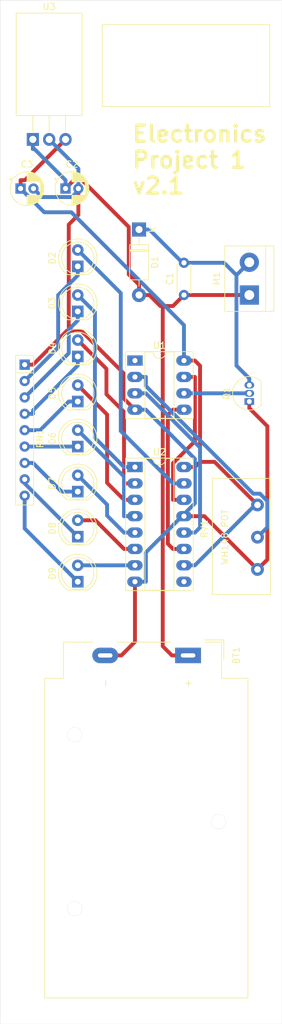
<source format=kicad_pcb>
(kicad_pcb (version 20171130) (host pcbnew "(5.1.10)-1")

  (general
    (thickness 1.6)
    (drawings 9)
    (tracks 153)
    (zones 0)
    (modules 20)
    (nets 28)
  )

  (page A4)
  (layers
    (0 F.Cu signal)
    (31 B.Cu signal)
    (32 B.Adhes user)
    (33 F.Adhes user)
    (34 B.Paste user)
    (35 F.Paste user)
    (36 B.SilkS user)
    (37 F.SilkS user)
    (38 B.Mask user)
    (39 F.Mask user)
    (40 Dwgs.User user)
    (41 Cmts.User user)
    (42 Eco1.User user)
    (43 Eco2.User user)
    (44 Edge.Cuts user)
    (45 Margin user)
    (46 B.CrtYd user)
    (47 F.CrtYd user)
    (48 B.Fab user)
    (49 F.Fab user)
  )

  (setup
    (last_trace_width 0.25)
    (user_trace_width 0.6)
    (trace_clearance 0.2)
    (zone_clearance 0.508)
    (zone_45_only no)
    (trace_min 0.2)
    (via_size 0.8)
    (via_drill 0.4)
    (via_min_size 0.4)
    (via_min_drill 0.3)
    (uvia_size 0.3)
    (uvia_drill 0.1)
    (uvias_allowed no)
    (uvia_min_size 0.2)
    (uvia_min_drill 0.1)
    (edge_width 0.05)
    (segment_width 0.2)
    (pcb_text_width 0.3)
    (pcb_text_size 1.5 1.5)
    (mod_edge_width 0.12)
    (mod_text_size 1 1)
    (mod_text_width 0.15)
    (pad_size 1.524 1.524)
    (pad_drill 0.762)
    (pad_to_mask_clearance 0)
    (aux_axis_origin 0 0)
    (visible_elements 7FFFFFFF)
    (pcbplotparams
      (layerselection 0x010f0_ffffffff)
      (usegerberextensions false)
      (usegerberattributes true)
      (usegerberadvancedattributes true)
      (creategerberjobfile true)
      (excludeedgelayer true)
      (linewidth 0.100000)
      (plotframeref false)
      (viasonmask false)
      (mode 1)
      (useauxorigin false)
      (hpglpennumber 1)
      (hpglpenspeed 20)
      (hpglpendiameter 15.000000)
      (psnegative false)
      (psa4output false)
      (plotreference true)
      (plotvalue true)
      (plotinvisibletext false)
      (padsonsilk false)
      (subtractmaskfromsilk false)
      (outputformat 1)
      (mirror false)
      (drillshape 0)
      (scaleselection 1)
      (outputdirectory "Gerber/"))
  )

  (net 0 "")
  (net 1 "Net-(C1-Pad2)")
  (net 2 "Net-(Q1-Pad2)")
  (net 3 GND)
  (net 4 "Net-(U1-Pad1)")
  (net 5 "Net-(U1-Pad5)")
  (net 6 "Net-(U1-Pad3)")
  (net 7 "Net-(U1-Pad7)")
  (net 8 VCC)
  (net 9 "Net-(RV1-Pad2)")
  (net 10 "Net-(BT1-Pad1)")
  (net 11 "Net-(D2-Pad2)")
  (net 12 "Net-(D2-Pad1)")
  (net 13 "Net-(D3-Pad2)")
  (net 14 "Net-(D3-Pad1)")
  (net 15 "Net-(D4-Pad2)")
  (net 16 "Net-(D4-Pad1)")
  (net 17 "Net-(D5-Pad2)")
  (net 18 "Net-(D5-Pad1)")
  (net 19 "Net-(D6-Pad2)")
  (net 20 "Net-(D6-Pad1)")
  (net 21 "Net-(D7-Pad2)")
  (net 22 "Net-(D7-Pad1)")
  (net 23 "Net-(D8-Pad2)")
  (net 24 "Net-(D8-Pad1)")
  (net 25 "Net-(D9-Pad2)")
  (net 26 "Net-(D9-Pad1)")
  (net 27 "Net-(U2-Pad9)")

  (net_class Default "This is the default net class."
    (clearance 0.2)
    (trace_width 0.25)
    (via_dia 0.8)
    (via_drill 0.4)
    (uvia_dia 0.3)
    (uvia_drill 0.1)
    (add_net GND)
    (add_net "Net-(BT1-Pad1)")
    (add_net "Net-(C1-Pad2)")
    (add_net "Net-(D2-Pad1)")
    (add_net "Net-(D2-Pad2)")
    (add_net "Net-(D3-Pad1)")
    (add_net "Net-(D3-Pad2)")
    (add_net "Net-(D4-Pad1)")
    (add_net "Net-(D4-Pad2)")
    (add_net "Net-(D5-Pad1)")
    (add_net "Net-(D5-Pad2)")
    (add_net "Net-(D6-Pad1)")
    (add_net "Net-(D6-Pad2)")
    (add_net "Net-(D7-Pad1)")
    (add_net "Net-(D7-Pad2)")
    (add_net "Net-(D8-Pad1)")
    (add_net "Net-(D8-Pad2)")
    (add_net "Net-(D9-Pad1)")
    (add_net "Net-(D9-Pad2)")
    (add_net "Net-(Q1-Pad2)")
    (add_net "Net-(RV1-Pad2)")
    (add_net "Net-(U1-Pad1)")
    (add_net "Net-(U1-Pad3)")
    (add_net "Net-(U1-Pad5)")
    (add_net "Net-(U1-Pad7)")
    (add_net "Net-(U2-Pad9)")
    (add_net VCC)
  )

  (module Battery:BatteryHolder_MPD_BA9VPC_1xPP3 (layer F.Cu) (tedit 5E3B46E0) (tstamp 60DD7509)
    (at 138.43 125.73 270)
    (descr "1xPP3 (9V) battery holder, Memory Protection Devices P/N BA9VPC, http://www.memoryprotectiondevices.com/datasheets/BA9VPC-datasheet.pdf")
    (tags "PP3 Battery Holder BA9VPC 9V")
    (path /60DCCF5F)
    (fp_text reference BT1 (at 0 -7.5 90) (layer F.SilkS)
      (effects (font (size 1 1) (thickness 0.15)))
    )
    (fp_text value Battery_Cell (at 25.75 23.6 90) (layer F.Fab)
      (effects (font (size 1 1) (thickness 0.15)))
    )
    (fp_line (start -1.95 0.45) (end -1.5 0) (layer F.Fab) (width 0.1))
    (fp_line (start -1.5 0) (end -1.95 -0.45) (layer F.Fab) (width 0.1))
    (fp_line (start -2.4 -5.55) (end 0.6 -5.55) (layer F.SilkS) (width 0.12))
    (fp_line (start -2.4 -5.55) (end -2.4 -2.55) (layer F.SilkS) (width 0.12))
    (fp_line (start -2.06 19.38) (end -2.06 14.7) (layer F.SilkS) (width 0.12))
    (fp_line (start -2.06 2.65) (end -2.06 11) (layer F.SilkS) (width 0.12))
    (fp_line (start -2.06 -5.21) (end -2.06 -2.65) (layer F.SilkS) (width 0.12))
    (fp_line (start 3.54 -5.21) (end -2.06 -5.21) (layer F.SilkS) (width 0.12))
    (fp_line (start 3.54 -9.31) (end 3.54 -5.21) (layer F.SilkS) (width 0.12))
    (fp_line (start 53.1 -9.31) (end 3.54 -9.31) (layer F.SilkS) (width 0.12))
    (fp_line (start 3.54 19.38) (end -2.06 19.38) (layer F.SilkS) (width 0.12))
    (fp_line (start 3.54 22.28) (end 3.54 19.38) (layer F.SilkS) (width 0.12))
    (fp_line (start 53.1 22.28) (end 3.54 22.28) (layer F.SilkS) (width 0.12))
    (fp_line (start 53.1 22.28) (end 53.1 -9.31) (layer F.SilkS) (width 0.12))
    (fp_line (start -1.95 19.27) (end -1.95 -5.1) (layer F.Fab) (width 0.1))
    (fp_line (start 52.99 22.17) (end 52.99 -9.2) (layer F.Fab) (width 0.1))
    (fp_line (start 3.65 22.17) (end 52.99 22.17) (layer F.Fab) (width 0.1))
    (fp_line (start 3.65 -9.2) (end 52.99 -9.2) (layer F.Fab) (width 0.1))
    (fp_line (start 3.65 -5.1) (end -1.95 -5.1) (layer F.Fab) (width 0.1))
    (fp_line (start 3.65 -5.1) (end 3.65 -9.2) (layer F.Fab) (width 0.1))
    (fp_line (start 3.65 19.27) (end -1.95 19.27) (layer F.Fab) (width 0.1))
    (fp_line (start 3.65 22.17) (end 3.65 19.27) (layer F.Fab) (width 0.1))
    (fp_line (start -2.45 -9.7) (end 53.49 -9.7) (layer F.CrtYd) (width 0.05))
    (fp_line (start -2.45 22.67) (end 53.49 22.67) (layer F.CrtYd) (width 0.05))
    (fp_line (start -2.45 -9.7) (end -2.45 22.67) (layer F.CrtYd) (width 0.05))
    (fp_line (start 53.49 22.67) (end 53.49 -9.7) (layer F.CrtYd) (width 0.05))
    (fp_text user + (at 3.6 0 90) (layer F.SilkS)
      (effects (font (size 1 1) (thickness 0.15)) (justify right))
    )
    (fp_text user - (at 3.6 12.88 90) (layer F.SilkS)
      (effects (font (size 1 1) (thickness 0.15)) (justify right))
    )
    (fp_text user %R (at 25.75 6.5 90) (layer F.Fab)
      (effects (font (size 1 1) (thickness 0.15)))
    )
    (pad "" np_thru_hole circle (at 39.26 17.62 270) (size 2.3 2.3) (drill 2.29) (layers *.Cu *.Mask))
    (pad "" np_thru_hole circle (at 12.29 17.62 270) (size 2.3 2.3) (drill 2.29) (layers *.Cu *.Mask))
    (pad "" np_thru_hole circle (at 25.78 -4.73 270) (size 2.3 2.3) (drill 2.29) (layers *.Cu *.Mask))
    (pad 2 thru_hole oval (at 0 12.88 270) (size 2.41 4.02) (drill oval 0.66 2.27) (layers *.Cu *.Mask)
      (net 3 GND))
    (pad 1 thru_hole rect (at 0 0 270) (size 2.41 4.02) (drill oval 0.66 2.27) (layers *.Cu *.Mask)
      (net 10 "Net-(BT1-Pad1)"))
    (model ${KISYS3DMOD}/Battery.3dshapes/BatteryHolder_MPD_BA9VPC_1xPP3.wrl
      (at (xyz 0 0 0))
      (scale (xyz 1 1 1))
      (rotate (xyz 0 0 0))
    )
  )

  (module Package_TO_SOT_THT:TO-220-3_Horizontal_TabDown (layer F.Cu) (tedit 5AC8BA0D) (tstamp 60E18F7B)
    (at 114.3 45.72)
    (descr "TO-220-3, Horizontal, RM 2.54mm, see https://www.vishay.com/docs/66542/to-220-1.pdf")
    (tags "TO-220-3 Horizontal RM 2.54mm")
    (path /60E168A9)
    (fp_text reference U3 (at 2.54 -20.58) (layer F.SilkS)
      (effects (font (size 1 1) (thickness 0.15)))
    )
    (fp_text value L7805 (at 2.54 2) (layer F.Fab)
      (effects (font (size 1 1) (thickness 0.15)))
    )
    (fp_line (start 7.79 -19.71) (end -2.71 -19.71) (layer F.CrtYd) (width 0.05))
    (fp_line (start 7.79 1.25) (end 7.79 -19.71) (layer F.CrtYd) (width 0.05))
    (fp_line (start -2.71 1.25) (end 7.79 1.25) (layer F.CrtYd) (width 0.05))
    (fp_line (start -2.71 -19.71) (end -2.71 1.25) (layer F.CrtYd) (width 0.05))
    (fp_line (start 5.08 -3.69) (end 5.08 -1.15) (layer F.SilkS) (width 0.12))
    (fp_line (start 2.54 -3.69) (end 2.54 -1.15) (layer F.SilkS) (width 0.12))
    (fp_line (start 0 -3.69) (end 0 -1.15) (layer F.SilkS) (width 0.12))
    (fp_line (start 7.66 -19.58) (end 7.66 -3.69) (layer F.SilkS) (width 0.12))
    (fp_line (start -2.58 -19.58) (end -2.58 -3.69) (layer F.SilkS) (width 0.12))
    (fp_line (start -2.58 -19.58) (end 7.66 -19.58) (layer F.SilkS) (width 0.12))
    (fp_line (start -2.58 -3.69) (end 7.66 -3.69) (layer F.SilkS) (width 0.12))
    (fp_line (start 5.08 -3.81) (end 5.08 0) (layer F.Fab) (width 0.1))
    (fp_line (start 2.54 -3.81) (end 2.54 0) (layer F.Fab) (width 0.1))
    (fp_line (start 0 -3.81) (end 0 0) (layer F.Fab) (width 0.1))
    (fp_line (start 7.54 -3.81) (end -2.46 -3.81) (layer F.Fab) (width 0.1))
    (fp_line (start 7.54 -13.06) (end 7.54 -3.81) (layer F.Fab) (width 0.1))
    (fp_line (start -2.46 -13.06) (end 7.54 -13.06) (layer F.Fab) (width 0.1))
    (fp_line (start -2.46 -3.81) (end -2.46 -13.06) (layer F.Fab) (width 0.1))
    (fp_line (start 7.54 -13.06) (end -2.46 -13.06) (layer F.Fab) (width 0.1))
    (fp_line (start 7.54 -19.46) (end 7.54 -13.06) (layer F.Fab) (width 0.1))
    (fp_line (start -2.46 -19.46) (end 7.54 -19.46) (layer F.Fab) (width 0.1))
    (fp_line (start -2.46 -13.06) (end -2.46 -19.46) (layer F.Fab) (width 0.1))
    (fp_circle (center 2.54 -16.66) (end 4.39 -16.66) (layer F.Fab) (width 0.1))
    (fp_text user %R (at 2.54 -20.58) (layer F.Fab)
      (effects (font (size 1 1) (thickness 0.15)))
    )
    (pad 3 thru_hole oval (at 5.08 0) (size 1.905 2) (drill 1.1) (layers *.Cu *.Mask)
      (net 8 VCC))
    (pad 2 thru_hole oval (at 2.54 0) (size 1.905 2) (drill 1.1) (layers *.Cu *.Mask)
      (net 3 GND))
    (pad 1 thru_hole rect (at 0 0) (size 1.905 2) (drill 1.1) (layers *.Cu *.Mask)
      (net 10 "Net-(BT1-Pad1)"))
    (pad "" np_thru_hole oval (at 2.54 -16.66) (size 3.5 3.5) (drill 3.5) (layers *.Cu *.Mask))
    (model ${KISYS3DMOD}/Package_TO_SOT_THT.3dshapes/TO-220-3_Horizontal_TabDown.wrl
      (at (xyz 0 0 0))
      (scale (xyz 1 1 1))
      (rotate (xyz 0 0 0))
    )
  )

  (module Diode_THT:D_DO-41_SOD81_P10.16mm_Horizontal (layer F.Cu) (tedit 5AE50CD5) (tstamp 60D7DB4A)
    (at 130.81 59.69 270)
    (descr "Diode, DO-41_SOD81 series, Axial, Horizontal, pin pitch=10.16mm, , length*diameter=5.2*2.7mm^2, , http://www.diodes.com/_files/packages/DO-41%20(Plastic).pdf")
    (tags "Diode DO-41_SOD81 series Axial Horizontal pin pitch 10.16mm  length 5.2mm diameter 2.7mm")
    (path /60A89300)
    (fp_text reference D1 (at 5.08 -2.47 90) (layer F.SilkS)
      (effects (font (size 1 1) (thickness 0.15)))
    )
    (fp_text value DIODE (at 5.08 2.47 90) (layer F.Fab)
      (effects (font (size 1 1) (thickness 0.15)))
    )
    (fp_line (start 11.51 -1.6) (end -1.35 -1.6) (layer F.CrtYd) (width 0.05))
    (fp_line (start 11.51 1.6) (end 11.51 -1.6) (layer F.CrtYd) (width 0.05))
    (fp_line (start -1.35 1.6) (end 11.51 1.6) (layer F.CrtYd) (width 0.05))
    (fp_line (start -1.35 -1.6) (end -1.35 1.6) (layer F.CrtYd) (width 0.05))
    (fp_line (start 3.14 -1.47) (end 3.14 1.47) (layer F.SilkS) (width 0.12))
    (fp_line (start 3.38 -1.47) (end 3.38 1.47) (layer F.SilkS) (width 0.12))
    (fp_line (start 3.26 -1.47) (end 3.26 1.47) (layer F.SilkS) (width 0.12))
    (fp_line (start 8.82 0) (end 7.8 0) (layer F.SilkS) (width 0.12))
    (fp_line (start 1.34 0) (end 2.36 0) (layer F.SilkS) (width 0.12))
    (fp_line (start 7.8 -1.47) (end 2.36 -1.47) (layer F.SilkS) (width 0.12))
    (fp_line (start 7.8 1.47) (end 7.8 -1.47) (layer F.SilkS) (width 0.12))
    (fp_line (start 2.36 1.47) (end 7.8 1.47) (layer F.SilkS) (width 0.12))
    (fp_line (start 2.36 -1.47) (end 2.36 1.47) (layer F.SilkS) (width 0.12))
    (fp_line (start 3.16 -1.35) (end 3.16 1.35) (layer F.Fab) (width 0.1))
    (fp_line (start 3.36 -1.35) (end 3.36 1.35) (layer F.Fab) (width 0.1))
    (fp_line (start 3.26 -1.35) (end 3.26 1.35) (layer F.Fab) (width 0.1))
    (fp_line (start 10.16 0) (end 7.68 0) (layer F.Fab) (width 0.1))
    (fp_line (start 0 0) (end 2.48 0) (layer F.Fab) (width 0.1))
    (fp_line (start 7.68 -1.35) (end 2.48 -1.35) (layer F.Fab) (width 0.1))
    (fp_line (start 7.68 1.35) (end 7.68 -1.35) (layer F.Fab) (width 0.1))
    (fp_line (start 2.48 1.35) (end 7.68 1.35) (layer F.Fab) (width 0.1))
    (fp_line (start 2.48 -1.35) (end 2.48 1.35) (layer F.Fab) (width 0.1))
    (fp_text user K (at 0 -2.1 90) (layer F.SilkS)
      (effects (font (size 1 1) (thickness 0.15)))
    )
    (fp_text user K (at 0 -2.1 90) (layer F.Fab)
      (effects (font (size 1 1) (thickness 0.15)))
    )
    (fp_text user %R (at 5.47 0 90) (layer F.Fab)
      (effects (font (size 1 1) (thickness 0.15)))
    )
    (pad 2 thru_hole oval (at 10.16 0 270) (size 2.2 2.2) (drill 1.1) (layers *.Cu *.Mask)
      (net 10 "Net-(BT1-Pad1)"))
    (pad 1 thru_hole rect (at 0 0 270) (size 2.2 2.2) (drill 1.1) (layers *.Cu *.Mask)
      (net 1 "Net-(C1-Pad2)"))
    (model ${KISYS3DMOD}/Diode_THT.3dshapes/D_DO-41_SOD81_P10.16mm_Horizontal.wrl
      (at (xyz 0 0 0))
      (scale (xyz 1 1 1))
      (rotate (xyz 0 0 0))
    )
  )

  (module TerminalBlock:TerminalBlock_bornier-2_P5.08mm (layer F.Cu) (tedit 59FF03AB) (tstamp 60B4C42F)
    (at 147.955 69.85 90)
    (descr "simple 2-pin terminal block, pitch 5.08mm, revamped version of bornier2")
    (tags "terminal block bornier2")
    (path /60A884DF)
    (fp_text reference M1 (at 2.54 -5.08 90) (layer F.SilkS)
      (effects (font (size 1 1) (thickness 0.15)))
    )
    (fp_text value Motor_DC (at -3.81 0) (layer F.Fab)
      (effects (font (size 1 1) (thickness 0.15)))
    )
    (fp_line (start -2.41 2.55) (end 7.49 2.55) (layer F.Fab) (width 0.1))
    (fp_line (start -2.46 -3.75) (end -2.46 3.75) (layer F.Fab) (width 0.1))
    (fp_line (start -2.46 3.75) (end 7.54 3.75) (layer F.Fab) (width 0.1))
    (fp_line (start 7.54 3.75) (end 7.54 -3.75) (layer F.Fab) (width 0.1))
    (fp_line (start 7.54 -3.75) (end -2.46 -3.75) (layer F.Fab) (width 0.1))
    (fp_line (start 7.62 2.54) (end -2.54 2.54) (layer F.SilkS) (width 0.12))
    (fp_line (start 7.62 3.81) (end 7.62 -3.81) (layer F.SilkS) (width 0.12))
    (fp_line (start 7.62 -3.81) (end -2.54 -3.81) (layer F.SilkS) (width 0.12))
    (fp_line (start -2.54 -3.81) (end -2.54 3.81) (layer F.SilkS) (width 0.12))
    (fp_line (start -2.54 3.81) (end 7.62 3.81) (layer F.SilkS) (width 0.12))
    (fp_line (start -2.71 -4) (end 7.79 -4) (layer F.CrtYd) (width 0.05))
    (fp_line (start -2.71 -4) (end -2.71 4) (layer F.CrtYd) (width 0.05))
    (fp_line (start 7.79 4) (end 7.79 -4) (layer F.CrtYd) (width 0.05))
    (fp_line (start 7.79 4) (end -2.71 4) (layer F.CrtYd) (width 0.05))
    (fp_text user %R (at 2.54 0 90) (layer F.Fab)
      (effects (font (size 1 1) (thickness 0.15)))
    )
    (pad 2 thru_hole circle (at 5.08 0 90) (size 3 3) (drill 1.52) (layers *.Cu *.Mask)
      (net 1 "Net-(C1-Pad2)"))
    (pad 1 thru_hole rect (at 0 0 90) (size 3 3) (drill 1.52) (layers *.Cu *.Mask)
      (net 10 "Net-(BT1-Pad1)"))
    (model ${KISYS3DMOD}/TerminalBlock.3dshapes/TerminalBlock_bornier-2_P5.08mm.wrl
      (offset (xyz 2.539999961853027 0 0))
      (scale (xyz 1 1 1))
      (rotate (xyz 0 0 0))
    )
  )

  (module Capacitor_THT:CP_Radial_D5.0mm_P2.00mm (layer F.Cu) (tedit 5AE50EF0) (tstamp 60E19B19)
    (at 112.395 53.34)
    (descr "CP, Radial series, Radial, pin pitch=2.00mm, , diameter=5mm, Electrolytic Capacitor")
    (tags "CP Radial series Radial pin pitch 2.00mm  diameter 5mm Electrolytic Capacitor")
    (path /60E18B90)
    (fp_text reference C3 (at 1 -3.75) (layer F.SilkS)
      (effects (font (size 1 1) (thickness 0.15)))
    )
    (fp_text value CP1 (at 1 3.75) (layer F.Fab)
      (effects (font (size 1 1) (thickness 0.15)))
    )
    (fp_circle (center 1 0) (end 3.5 0) (layer F.Fab) (width 0.1))
    (fp_circle (center 1 0) (end 3.62 0) (layer F.SilkS) (width 0.12))
    (fp_circle (center 1 0) (end 3.75 0) (layer F.CrtYd) (width 0.05))
    (fp_line (start -1.133605 -1.0875) (end -0.633605 -1.0875) (layer F.Fab) (width 0.1))
    (fp_line (start -0.883605 -1.3375) (end -0.883605 -0.8375) (layer F.Fab) (width 0.1))
    (fp_line (start 1 1.04) (end 1 2.58) (layer F.SilkS) (width 0.12))
    (fp_line (start 1 -2.58) (end 1 -1.04) (layer F.SilkS) (width 0.12))
    (fp_line (start 1.04 1.04) (end 1.04 2.58) (layer F.SilkS) (width 0.12))
    (fp_line (start 1.04 -2.58) (end 1.04 -1.04) (layer F.SilkS) (width 0.12))
    (fp_line (start 1.08 -2.579) (end 1.08 -1.04) (layer F.SilkS) (width 0.12))
    (fp_line (start 1.08 1.04) (end 1.08 2.579) (layer F.SilkS) (width 0.12))
    (fp_line (start 1.12 -2.578) (end 1.12 -1.04) (layer F.SilkS) (width 0.12))
    (fp_line (start 1.12 1.04) (end 1.12 2.578) (layer F.SilkS) (width 0.12))
    (fp_line (start 1.16 -2.576) (end 1.16 -1.04) (layer F.SilkS) (width 0.12))
    (fp_line (start 1.16 1.04) (end 1.16 2.576) (layer F.SilkS) (width 0.12))
    (fp_line (start 1.2 -2.573) (end 1.2 -1.04) (layer F.SilkS) (width 0.12))
    (fp_line (start 1.2 1.04) (end 1.2 2.573) (layer F.SilkS) (width 0.12))
    (fp_line (start 1.24 -2.569) (end 1.24 -1.04) (layer F.SilkS) (width 0.12))
    (fp_line (start 1.24 1.04) (end 1.24 2.569) (layer F.SilkS) (width 0.12))
    (fp_line (start 1.28 -2.565) (end 1.28 -1.04) (layer F.SilkS) (width 0.12))
    (fp_line (start 1.28 1.04) (end 1.28 2.565) (layer F.SilkS) (width 0.12))
    (fp_line (start 1.32 -2.561) (end 1.32 -1.04) (layer F.SilkS) (width 0.12))
    (fp_line (start 1.32 1.04) (end 1.32 2.561) (layer F.SilkS) (width 0.12))
    (fp_line (start 1.36 -2.556) (end 1.36 -1.04) (layer F.SilkS) (width 0.12))
    (fp_line (start 1.36 1.04) (end 1.36 2.556) (layer F.SilkS) (width 0.12))
    (fp_line (start 1.4 -2.55) (end 1.4 -1.04) (layer F.SilkS) (width 0.12))
    (fp_line (start 1.4 1.04) (end 1.4 2.55) (layer F.SilkS) (width 0.12))
    (fp_line (start 1.44 -2.543) (end 1.44 -1.04) (layer F.SilkS) (width 0.12))
    (fp_line (start 1.44 1.04) (end 1.44 2.543) (layer F.SilkS) (width 0.12))
    (fp_line (start 1.48 -2.536) (end 1.48 -1.04) (layer F.SilkS) (width 0.12))
    (fp_line (start 1.48 1.04) (end 1.48 2.536) (layer F.SilkS) (width 0.12))
    (fp_line (start 1.52 -2.528) (end 1.52 -1.04) (layer F.SilkS) (width 0.12))
    (fp_line (start 1.52 1.04) (end 1.52 2.528) (layer F.SilkS) (width 0.12))
    (fp_line (start 1.56 -2.52) (end 1.56 -1.04) (layer F.SilkS) (width 0.12))
    (fp_line (start 1.56 1.04) (end 1.56 2.52) (layer F.SilkS) (width 0.12))
    (fp_line (start 1.6 -2.511) (end 1.6 -1.04) (layer F.SilkS) (width 0.12))
    (fp_line (start 1.6 1.04) (end 1.6 2.511) (layer F.SilkS) (width 0.12))
    (fp_line (start 1.64 -2.501) (end 1.64 -1.04) (layer F.SilkS) (width 0.12))
    (fp_line (start 1.64 1.04) (end 1.64 2.501) (layer F.SilkS) (width 0.12))
    (fp_line (start 1.68 -2.491) (end 1.68 -1.04) (layer F.SilkS) (width 0.12))
    (fp_line (start 1.68 1.04) (end 1.68 2.491) (layer F.SilkS) (width 0.12))
    (fp_line (start 1.721 -2.48) (end 1.721 -1.04) (layer F.SilkS) (width 0.12))
    (fp_line (start 1.721 1.04) (end 1.721 2.48) (layer F.SilkS) (width 0.12))
    (fp_line (start 1.761 -2.468) (end 1.761 -1.04) (layer F.SilkS) (width 0.12))
    (fp_line (start 1.761 1.04) (end 1.761 2.468) (layer F.SilkS) (width 0.12))
    (fp_line (start 1.801 -2.455) (end 1.801 -1.04) (layer F.SilkS) (width 0.12))
    (fp_line (start 1.801 1.04) (end 1.801 2.455) (layer F.SilkS) (width 0.12))
    (fp_line (start 1.841 -2.442) (end 1.841 -1.04) (layer F.SilkS) (width 0.12))
    (fp_line (start 1.841 1.04) (end 1.841 2.442) (layer F.SilkS) (width 0.12))
    (fp_line (start 1.881 -2.428) (end 1.881 -1.04) (layer F.SilkS) (width 0.12))
    (fp_line (start 1.881 1.04) (end 1.881 2.428) (layer F.SilkS) (width 0.12))
    (fp_line (start 1.921 -2.414) (end 1.921 -1.04) (layer F.SilkS) (width 0.12))
    (fp_line (start 1.921 1.04) (end 1.921 2.414) (layer F.SilkS) (width 0.12))
    (fp_line (start 1.961 -2.398) (end 1.961 -1.04) (layer F.SilkS) (width 0.12))
    (fp_line (start 1.961 1.04) (end 1.961 2.398) (layer F.SilkS) (width 0.12))
    (fp_line (start 2.001 -2.382) (end 2.001 -1.04) (layer F.SilkS) (width 0.12))
    (fp_line (start 2.001 1.04) (end 2.001 2.382) (layer F.SilkS) (width 0.12))
    (fp_line (start 2.041 -2.365) (end 2.041 -1.04) (layer F.SilkS) (width 0.12))
    (fp_line (start 2.041 1.04) (end 2.041 2.365) (layer F.SilkS) (width 0.12))
    (fp_line (start 2.081 -2.348) (end 2.081 -1.04) (layer F.SilkS) (width 0.12))
    (fp_line (start 2.081 1.04) (end 2.081 2.348) (layer F.SilkS) (width 0.12))
    (fp_line (start 2.121 -2.329) (end 2.121 -1.04) (layer F.SilkS) (width 0.12))
    (fp_line (start 2.121 1.04) (end 2.121 2.329) (layer F.SilkS) (width 0.12))
    (fp_line (start 2.161 -2.31) (end 2.161 -1.04) (layer F.SilkS) (width 0.12))
    (fp_line (start 2.161 1.04) (end 2.161 2.31) (layer F.SilkS) (width 0.12))
    (fp_line (start 2.201 -2.29) (end 2.201 -1.04) (layer F.SilkS) (width 0.12))
    (fp_line (start 2.201 1.04) (end 2.201 2.29) (layer F.SilkS) (width 0.12))
    (fp_line (start 2.241 -2.268) (end 2.241 -1.04) (layer F.SilkS) (width 0.12))
    (fp_line (start 2.241 1.04) (end 2.241 2.268) (layer F.SilkS) (width 0.12))
    (fp_line (start 2.281 -2.247) (end 2.281 -1.04) (layer F.SilkS) (width 0.12))
    (fp_line (start 2.281 1.04) (end 2.281 2.247) (layer F.SilkS) (width 0.12))
    (fp_line (start 2.321 -2.224) (end 2.321 -1.04) (layer F.SilkS) (width 0.12))
    (fp_line (start 2.321 1.04) (end 2.321 2.224) (layer F.SilkS) (width 0.12))
    (fp_line (start 2.361 -2.2) (end 2.361 -1.04) (layer F.SilkS) (width 0.12))
    (fp_line (start 2.361 1.04) (end 2.361 2.2) (layer F.SilkS) (width 0.12))
    (fp_line (start 2.401 -2.175) (end 2.401 -1.04) (layer F.SilkS) (width 0.12))
    (fp_line (start 2.401 1.04) (end 2.401 2.175) (layer F.SilkS) (width 0.12))
    (fp_line (start 2.441 -2.149) (end 2.441 -1.04) (layer F.SilkS) (width 0.12))
    (fp_line (start 2.441 1.04) (end 2.441 2.149) (layer F.SilkS) (width 0.12))
    (fp_line (start 2.481 -2.122) (end 2.481 -1.04) (layer F.SilkS) (width 0.12))
    (fp_line (start 2.481 1.04) (end 2.481 2.122) (layer F.SilkS) (width 0.12))
    (fp_line (start 2.521 -2.095) (end 2.521 -1.04) (layer F.SilkS) (width 0.12))
    (fp_line (start 2.521 1.04) (end 2.521 2.095) (layer F.SilkS) (width 0.12))
    (fp_line (start 2.561 -2.065) (end 2.561 -1.04) (layer F.SilkS) (width 0.12))
    (fp_line (start 2.561 1.04) (end 2.561 2.065) (layer F.SilkS) (width 0.12))
    (fp_line (start 2.601 -2.035) (end 2.601 -1.04) (layer F.SilkS) (width 0.12))
    (fp_line (start 2.601 1.04) (end 2.601 2.035) (layer F.SilkS) (width 0.12))
    (fp_line (start 2.641 -2.004) (end 2.641 -1.04) (layer F.SilkS) (width 0.12))
    (fp_line (start 2.641 1.04) (end 2.641 2.004) (layer F.SilkS) (width 0.12))
    (fp_line (start 2.681 -1.971) (end 2.681 -1.04) (layer F.SilkS) (width 0.12))
    (fp_line (start 2.681 1.04) (end 2.681 1.971) (layer F.SilkS) (width 0.12))
    (fp_line (start 2.721 -1.937) (end 2.721 -1.04) (layer F.SilkS) (width 0.12))
    (fp_line (start 2.721 1.04) (end 2.721 1.937) (layer F.SilkS) (width 0.12))
    (fp_line (start 2.761 -1.901) (end 2.761 -1.04) (layer F.SilkS) (width 0.12))
    (fp_line (start 2.761 1.04) (end 2.761 1.901) (layer F.SilkS) (width 0.12))
    (fp_line (start 2.801 -1.864) (end 2.801 -1.04) (layer F.SilkS) (width 0.12))
    (fp_line (start 2.801 1.04) (end 2.801 1.864) (layer F.SilkS) (width 0.12))
    (fp_line (start 2.841 -1.826) (end 2.841 -1.04) (layer F.SilkS) (width 0.12))
    (fp_line (start 2.841 1.04) (end 2.841 1.826) (layer F.SilkS) (width 0.12))
    (fp_line (start 2.881 -1.785) (end 2.881 -1.04) (layer F.SilkS) (width 0.12))
    (fp_line (start 2.881 1.04) (end 2.881 1.785) (layer F.SilkS) (width 0.12))
    (fp_line (start 2.921 -1.743) (end 2.921 -1.04) (layer F.SilkS) (width 0.12))
    (fp_line (start 2.921 1.04) (end 2.921 1.743) (layer F.SilkS) (width 0.12))
    (fp_line (start 2.961 -1.699) (end 2.961 -1.04) (layer F.SilkS) (width 0.12))
    (fp_line (start 2.961 1.04) (end 2.961 1.699) (layer F.SilkS) (width 0.12))
    (fp_line (start 3.001 -1.653) (end 3.001 -1.04) (layer F.SilkS) (width 0.12))
    (fp_line (start 3.001 1.04) (end 3.001 1.653) (layer F.SilkS) (width 0.12))
    (fp_line (start 3.041 -1.605) (end 3.041 1.605) (layer F.SilkS) (width 0.12))
    (fp_line (start 3.081 -1.554) (end 3.081 1.554) (layer F.SilkS) (width 0.12))
    (fp_line (start 3.121 -1.5) (end 3.121 1.5) (layer F.SilkS) (width 0.12))
    (fp_line (start 3.161 -1.443) (end 3.161 1.443) (layer F.SilkS) (width 0.12))
    (fp_line (start 3.201 -1.383) (end 3.201 1.383) (layer F.SilkS) (width 0.12))
    (fp_line (start 3.241 -1.319) (end 3.241 1.319) (layer F.SilkS) (width 0.12))
    (fp_line (start 3.281 -1.251) (end 3.281 1.251) (layer F.SilkS) (width 0.12))
    (fp_line (start 3.321 -1.178) (end 3.321 1.178) (layer F.SilkS) (width 0.12))
    (fp_line (start 3.361 -1.098) (end 3.361 1.098) (layer F.SilkS) (width 0.12))
    (fp_line (start 3.401 -1.011) (end 3.401 1.011) (layer F.SilkS) (width 0.12))
    (fp_line (start 3.441 -0.915) (end 3.441 0.915) (layer F.SilkS) (width 0.12))
    (fp_line (start 3.481 -0.805) (end 3.481 0.805) (layer F.SilkS) (width 0.12))
    (fp_line (start 3.521 -0.677) (end 3.521 0.677) (layer F.SilkS) (width 0.12))
    (fp_line (start 3.561 -0.518) (end 3.561 0.518) (layer F.SilkS) (width 0.12))
    (fp_line (start 3.601 -0.284) (end 3.601 0.284) (layer F.SilkS) (width 0.12))
    (fp_line (start -1.804775 -1.475) (end -1.304775 -1.475) (layer F.SilkS) (width 0.12))
    (fp_line (start -1.554775 -1.725) (end -1.554775 -1.225) (layer F.SilkS) (width 0.12))
    (fp_text user %R (at 1 0) (layer F.Fab)
      (effects (font (size 1 1) (thickness 0.15)))
    )
    (pad 2 thru_hole circle (at 2 0) (size 1.6 1.6) (drill 0.8) (layers *.Cu *.Mask)
      (net 3 GND))
    (pad 1 thru_hole rect (at 0 0) (size 1.6 1.6) (drill 0.8) (layers *.Cu *.Mask)
      (net 8 VCC))
    (model ${KISYS3DMOD}/Capacitor_THT.3dshapes/CP_Radial_D5.0mm_P2.00mm.wrl
      (at (xyz 0 0 0))
      (scale (xyz 1 1 1))
      (rotate (xyz 0 0 0))
    )
  )

  (module Capacitor_THT:CP_Radial_D5.0mm_P2.00mm (layer F.Cu) (tedit 5AE50EF0) (tstamp 60E17C76)
    (at 119.38 53.34)
    (descr "CP, Radial series, Radial, pin pitch=2.00mm, , diameter=5mm, Electrolytic Capacitor")
    (tags "CP Radial series Radial pin pitch 2.00mm  diameter 5mm Electrolytic Capacitor")
    (path /60E18264)
    (fp_text reference C2 (at 1 -3.75) (layer F.SilkS)
      (effects (font (size 1 1) (thickness 0.15)))
    )
    (fp_text value CP1 (at 1 3.75) (layer F.Fab)
      (effects (font (size 1 1) (thickness 0.15)))
    )
    (fp_circle (center 1 0) (end 3.5 0) (layer F.Fab) (width 0.1))
    (fp_circle (center 1 0) (end 3.62 0) (layer F.SilkS) (width 0.12))
    (fp_circle (center 1 0) (end 3.75 0) (layer F.CrtYd) (width 0.05))
    (fp_line (start -1.133605 -1.0875) (end -0.633605 -1.0875) (layer F.Fab) (width 0.1))
    (fp_line (start -0.883605 -1.3375) (end -0.883605 -0.8375) (layer F.Fab) (width 0.1))
    (fp_line (start 1 1.04) (end 1 2.58) (layer F.SilkS) (width 0.12))
    (fp_line (start 1 -2.58) (end 1 -1.04) (layer F.SilkS) (width 0.12))
    (fp_line (start 1.04 1.04) (end 1.04 2.58) (layer F.SilkS) (width 0.12))
    (fp_line (start 1.04 -2.58) (end 1.04 -1.04) (layer F.SilkS) (width 0.12))
    (fp_line (start 1.08 -2.579) (end 1.08 -1.04) (layer F.SilkS) (width 0.12))
    (fp_line (start 1.08 1.04) (end 1.08 2.579) (layer F.SilkS) (width 0.12))
    (fp_line (start 1.12 -2.578) (end 1.12 -1.04) (layer F.SilkS) (width 0.12))
    (fp_line (start 1.12 1.04) (end 1.12 2.578) (layer F.SilkS) (width 0.12))
    (fp_line (start 1.16 -2.576) (end 1.16 -1.04) (layer F.SilkS) (width 0.12))
    (fp_line (start 1.16 1.04) (end 1.16 2.576) (layer F.SilkS) (width 0.12))
    (fp_line (start 1.2 -2.573) (end 1.2 -1.04) (layer F.SilkS) (width 0.12))
    (fp_line (start 1.2 1.04) (end 1.2 2.573) (layer F.SilkS) (width 0.12))
    (fp_line (start 1.24 -2.569) (end 1.24 -1.04) (layer F.SilkS) (width 0.12))
    (fp_line (start 1.24 1.04) (end 1.24 2.569) (layer F.SilkS) (width 0.12))
    (fp_line (start 1.28 -2.565) (end 1.28 -1.04) (layer F.SilkS) (width 0.12))
    (fp_line (start 1.28 1.04) (end 1.28 2.565) (layer F.SilkS) (width 0.12))
    (fp_line (start 1.32 -2.561) (end 1.32 -1.04) (layer F.SilkS) (width 0.12))
    (fp_line (start 1.32 1.04) (end 1.32 2.561) (layer F.SilkS) (width 0.12))
    (fp_line (start 1.36 -2.556) (end 1.36 -1.04) (layer F.SilkS) (width 0.12))
    (fp_line (start 1.36 1.04) (end 1.36 2.556) (layer F.SilkS) (width 0.12))
    (fp_line (start 1.4 -2.55) (end 1.4 -1.04) (layer F.SilkS) (width 0.12))
    (fp_line (start 1.4 1.04) (end 1.4 2.55) (layer F.SilkS) (width 0.12))
    (fp_line (start 1.44 -2.543) (end 1.44 -1.04) (layer F.SilkS) (width 0.12))
    (fp_line (start 1.44 1.04) (end 1.44 2.543) (layer F.SilkS) (width 0.12))
    (fp_line (start 1.48 -2.536) (end 1.48 -1.04) (layer F.SilkS) (width 0.12))
    (fp_line (start 1.48 1.04) (end 1.48 2.536) (layer F.SilkS) (width 0.12))
    (fp_line (start 1.52 -2.528) (end 1.52 -1.04) (layer F.SilkS) (width 0.12))
    (fp_line (start 1.52 1.04) (end 1.52 2.528) (layer F.SilkS) (width 0.12))
    (fp_line (start 1.56 -2.52) (end 1.56 -1.04) (layer F.SilkS) (width 0.12))
    (fp_line (start 1.56 1.04) (end 1.56 2.52) (layer F.SilkS) (width 0.12))
    (fp_line (start 1.6 -2.511) (end 1.6 -1.04) (layer F.SilkS) (width 0.12))
    (fp_line (start 1.6 1.04) (end 1.6 2.511) (layer F.SilkS) (width 0.12))
    (fp_line (start 1.64 -2.501) (end 1.64 -1.04) (layer F.SilkS) (width 0.12))
    (fp_line (start 1.64 1.04) (end 1.64 2.501) (layer F.SilkS) (width 0.12))
    (fp_line (start 1.68 -2.491) (end 1.68 -1.04) (layer F.SilkS) (width 0.12))
    (fp_line (start 1.68 1.04) (end 1.68 2.491) (layer F.SilkS) (width 0.12))
    (fp_line (start 1.721 -2.48) (end 1.721 -1.04) (layer F.SilkS) (width 0.12))
    (fp_line (start 1.721 1.04) (end 1.721 2.48) (layer F.SilkS) (width 0.12))
    (fp_line (start 1.761 -2.468) (end 1.761 -1.04) (layer F.SilkS) (width 0.12))
    (fp_line (start 1.761 1.04) (end 1.761 2.468) (layer F.SilkS) (width 0.12))
    (fp_line (start 1.801 -2.455) (end 1.801 -1.04) (layer F.SilkS) (width 0.12))
    (fp_line (start 1.801 1.04) (end 1.801 2.455) (layer F.SilkS) (width 0.12))
    (fp_line (start 1.841 -2.442) (end 1.841 -1.04) (layer F.SilkS) (width 0.12))
    (fp_line (start 1.841 1.04) (end 1.841 2.442) (layer F.SilkS) (width 0.12))
    (fp_line (start 1.881 -2.428) (end 1.881 -1.04) (layer F.SilkS) (width 0.12))
    (fp_line (start 1.881 1.04) (end 1.881 2.428) (layer F.SilkS) (width 0.12))
    (fp_line (start 1.921 -2.414) (end 1.921 -1.04) (layer F.SilkS) (width 0.12))
    (fp_line (start 1.921 1.04) (end 1.921 2.414) (layer F.SilkS) (width 0.12))
    (fp_line (start 1.961 -2.398) (end 1.961 -1.04) (layer F.SilkS) (width 0.12))
    (fp_line (start 1.961 1.04) (end 1.961 2.398) (layer F.SilkS) (width 0.12))
    (fp_line (start 2.001 -2.382) (end 2.001 -1.04) (layer F.SilkS) (width 0.12))
    (fp_line (start 2.001 1.04) (end 2.001 2.382) (layer F.SilkS) (width 0.12))
    (fp_line (start 2.041 -2.365) (end 2.041 -1.04) (layer F.SilkS) (width 0.12))
    (fp_line (start 2.041 1.04) (end 2.041 2.365) (layer F.SilkS) (width 0.12))
    (fp_line (start 2.081 -2.348) (end 2.081 -1.04) (layer F.SilkS) (width 0.12))
    (fp_line (start 2.081 1.04) (end 2.081 2.348) (layer F.SilkS) (width 0.12))
    (fp_line (start 2.121 -2.329) (end 2.121 -1.04) (layer F.SilkS) (width 0.12))
    (fp_line (start 2.121 1.04) (end 2.121 2.329) (layer F.SilkS) (width 0.12))
    (fp_line (start 2.161 -2.31) (end 2.161 -1.04) (layer F.SilkS) (width 0.12))
    (fp_line (start 2.161 1.04) (end 2.161 2.31) (layer F.SilkS) (width 0.12))
    (fp_line (start 2.201 -2.29) (end 2.201 -1.04) (layer F.SilkS) (width 0.12))
    (fp_line (start 2.201 1.04) (end 2.201 2.29) (layer F.SilkS) (width 0.12))
    (fp_line (start 2.241 -2.268) (end 2.241 -1.04) (layer F.SilkS) (width 0.12))
    (fp_line (start 2.241 1.04) (end 2.241 2.268) (layer F.SilkS) (width 0.12))
    (fp_line (start 2.281 -2.247) (end 2.281 -1.04) (layer F.SilkS) (width 0.12))
    (fp_line (start 2.281 1.04) (end 2.281 2.247) (layer F.SilkS) (width 0.12))
    (fp_line (start 2.321 -2.224) (end 2.321 -1.04) (layer F.SilkS) (width 0.12))
    (fp_line (start 2.321 1.04) (end 2.321 2.224) (layer F.SilkS) (width 0.12))
    (fp_line (start 2.361 -2.2) (end 2.361 -1.04) (layer F.SilkS) (width 0.12))
    (fp_line (start 2.361 1.04) (end 2.361 2.2) (layer F.SilkS) (width 0.12))
    (fp_line (start 2.401 -2.175) (end 2.401 -1.04) (layer F.SilkS) (width 0.12))
    (fp_line (start 2.401 1.04) (end 2.401 2.175) (layer F.SilkS) (width 0.12))
    (fp_line (start 2.441 -2.149) (end 2.441 -1.04) (layer F.SilkS) (width 0.12))
    (fp_line (start 2.441 1.04) (end 2.441 2.149) (layer F.SilkS) (width 0.12))
    (fp_line (start 2.481 -2.122) (end 2.481 -1.04) (layer F.SilkS) (width 0.12))
    (fp_line (start 2.481 1.04) (end 2.481 2.122) (layer F.SilkS) (width 0.12))
    (fp_line (start 2.521 -2.095) (end 2.521 -1.04) (layer F.SilkS) (width 0.12))
    (fp_line (start 2.521 1.04) (end 2.521 2.095) (layer F.SilkS) (width 0.12))
    (fp_line (start 2.561 -2.065) (end 2.561 -1.04) (layer F.SilkS) (width 0.12))
    (fp_line (start 2.561 1.04) (end 2.561 2.065) (layer F.SilkS) (width 0.12))
    (fp_line (start 2.601 -2.035) (end 2.601 -1.04) (layer F.SilkS) (width 0.12))
    (fp_line (start 2.601 1.04) (end 2.601 2.035) (layer F.SilkS) (width 0.12))
    (fp_line (start 2.641 -2.004) (end 2.641 -1.04) (layer F.SilkS) (width 0.12))
    (fp_line (start 2.641 1.04) (end 2.641 2.004) (layer F.SilkS) (width 0.12))
    (fp_line (start 2.681 -1.971) (end 2.681 -1.04) (layer F.SilkS) (width 0.12))
    (fp_line (start 2.681 1.04) (end 2.681 1.971) (layer F.SilkS) (width 0.12))
    (fp_line (start 2.721 -1.937) (end 2.721 -1.04) (layer F.SilkS) (width 0.12))
    (fp_line (start 2.721 1.04) (end 2.721 1.937) (layer F.SilkS) (width 0.12))
    (fp_line (start 2.761 -1.901) (end 2.761 -1.04) (layer F.SilkS) (width 0.12))
    (fp_line (start 2.761 1.04) (end 2.761 1.901) (layer F.SilkS) (width 0.12))
    (fp_line (start 2.801 -1.864) (end 2.801 -1.04) (layer F.SilkS) (width 0.12))
    (fp_line (start 2.801 1.04) (end 2.801 1.864) (layer F.SilkS) (width 0.12))
    (fp_line (start 2.841 -1.826) (end 2.841 -1.04) (layer F.SilkS) (width 0.12))
    (fp_line (start 2.841 1.04) (end 2.841 1.826) (layer F.SilkS) (width 0.12))
    (fp_line (start 2.881 -1.785) (end 2.881 -1.04) (layer F.SilkS) (width 0.12))
    (fp_line (start 2.881 1.04) (end 2.881 1.785) (layer F.SilkS) (width 0.12))
    (fp_line (start 2.921 -1.743) (end 2.921 -1.04) (layer F.SilkS) (width 0.12))
    (fp_line (start 2.921 1.04) (end 2.921 1.743) (layer F.SilkS) (width 0.12))
    (fp_line (start 2.961 -1.699) (end 2.961 -1.04) (layer F.SilkS) (width 0.12))
    (fp_line (start 2.961 1.04) (end 2.961 1.699) (layer F.SilkS) (width 0.12))
    (fp_line (start 3.001 -1.653) (end 3.001 -1.04) (layer F.SilkS) (width 0.12))
    (fp_line (start 3.001 1.04) (end 3.001 1.653) (layer F.SilkS) (width 0.12))
    (fp_line (start 3.041 -1.605) (end 3.041 1.605) (layer F.SilkS) (width 0.12))
    (fp_line (start 3.081 -1.554) (end 3.081 1.554) (layer F.SilkS) (width 0.12))
    (fp_line (start 3.121 -1.5) (end 3.121 1.5) (layer F.SilkS) (width 0.12))
    (fp_line (start 3.161 -1.443) (end 3.161 1.443) (layer F.SilkS) (width 0.12))
    (fp_line (start 3.201 -1.383) (end 3.201 1.383) (layer F.SilkS) (width 0.12))
    (fp_line (start 3.241 -1.319) (end 3.241 1.319) (layer F.SilkS) (width 0.12))
    (fp_line (start 3.281 -1.251) (end 3.281 1.251) (layer F.SilkS) (width 0.12))
    (fp_line (start 3.321 -1.178) (end 3.321 1.178) (layer F.SilkS) (width 0.12))
    (fp_line (start 3.361 -1.098) (end 3.361 1.098) (layer F.SilkS) (width 0.12))
    (fp_line (start 3.401 -1.011) (end 3.401 1.011) (layer F.SilkS) (width 0.12))
    (fp_line (start 3.441 -0.915) (end 3.441 0.915) (layer F.SilkS) (width 0.12))
    (fp_line (start 3.481 -0.805) (end 3.481 0.805) (layer F.SilkS) (width 0.12))
    (fp_line (start 3.521 -0.677) (end 3.521 0.677) (layer F.SilkS) (width 0.12))
    (fp_line (start 3.561 -0.518) (end 3.561 0.518) (layer F.SilkS) (width 0.12))
    (fp_line (start 3.601 -0.284) (end 3.601 0.284) (layer F.SilkS) (width 0.12))
    (fp_line (start -1.804775 -1.475) (end -1.304775 -1.475) (layer F.SilkS) (width 0.12))
    (fp_line (start -1.554775 -1.725) (end -1.554775 -1.225) (layer F.SilkS) (width 0.12))
    (fp_text user %R (at 1 0) (layer F.Fab)
      (effects (font (size 1 1) (thickness 0.15)))
    )
    (pad 2 thru_hole circle (at 2 0) (size 1.6 1.6) (drill 0.8) (layers *.Cu *.Mask)
      (net 3 GND))
    (pad 1 thru_hole rect (at 0 0) (size 1.6 1.6) (drill 0.8) (layers *.Cu *.Mask)
      (net 10 "Net-(BT1-Pad1)"))
    (model ${KISYS3DMOD}/Capacitor_THT.3dshapes/CP_Radial_D5.0mm_P2.00mm.wrl
      (at (xyz 0 0 0))
      (scale (xyz 1 1 1))
      (rotate (xyz 0 0 0))
    )
  )

  (module CustomFootprints:Potentiometer_WH148 (layer F.Cu) (tedit 60DCFE53) (tstamp 60B4F25E)
    (at 140.335 107.395 90)
    (path /60B4E52C)
    (fp_text reference RV1 (at 1.27 0.635 90) (layer F.SilkS)
      (effects (font (size 1 1) (thickness 0.15)))
    )
    (fp_text value R_POT (at -1.905 5.715 90) (layer F.Fab)
      (effects (font (size 1 1) (thickness 0.15)))
    )
    (fp_line (start -8.89 8.38) (end -8.89 1.88) (layer F.CrtYd) (width 0.12))
    (fp_line (start 9.11 8.38) (end 9.11 1.88) (layer F.CrtYd) (width 0.12))
    (fp_line (start -8.89 1.88) (end 9.11 1.88) (layer F.CrtYd) (width 0.12))
    (fp_line (start -8.89 10.92) (end 9.11 10.92) (layer F.CrtYd) (width 0.12))
    (fp_line (start -8.89 1.88) (end 9.11 1.88) (layer F.SilkS) (width 0.12))
    (fp_line (start -8.89 10.92) (end -8.89 1.88) (layer F.SilkS) (width 0.12))
    (fp_line (start 9.11 10.92) (end 9.11 1.88) (layer F.SilkS) (width 0.12))
    (fp_line (start -8.89 10.92) (end 9.11 10.92) (layer F.SilkS) (width 0.12))
    (fp_text user "WH148 POT" (at 0 3.81 90) (layer F.SilkS)
      (effects (font (size 1 1) (thickness 0.15)))
    )
    (pad 3 thru_hole circle (at 5 8.89 90) (size 2 2) (drill 1) (layers *.Cu *.Mask)
      (net 8 VCC))
    (pad 2 thru_hole circle (at 0 8.89 90) (size 2 2) (drill 1) (layers *.Cu *.Mask)
      (net 9 "Net-(RV1-Pad2)"))
    (pad 1 thru_hole circle (at -5 8.89 90) (size 2 2) (drill 1) (layers *.Cu *.Mask)
      (net 3 GND))
    (model C:/kicad/Potentiometer.STEP
      (offset (xyz 0 -3 13))
      (scale (xyz 1 1 1))
      (rotate (xyz -90 0 0))
    )
  )

  (module Package_DIP:DIP-8_W7.62mm_Socket_LongPads (layer F.Cu) (tedit 5A02E8C5) (tstamp 60D7C831)
    (at 130.175 80.01)
    (descr "8-lead though-hole mounted DIP package, row spacing 7.62 mm (300 mils), Socket, LongPads")
    (tags "THT DIP DIL PDIP 2.54mm 7.62mm 300mil Socket LongPads")
    (path /60A8A569)
    (fp_text reference U1 (at 3.81 -2.33) (layer F.SilkS)
      (effects (font (size 1 1) (thickness 0.15)))
    )
    (fp_text value ATtiny85-20PU (at 3.81 9.95) (layer F.Fab)
      (effects (font (size 1 1) (thickness 0.15)))
    )
    (fp_line (start 9.15 -1.6) (end -1.55 -1.6) (layer F.CrtYd) (width 0.05))
    (fp_line (start 9.15 9.2) (end 9.15 -1.6) (layer F.CrtYd) (width 0.05))
    (fp_line (start -1.55 9.2) (end 9.15 9.2) (layer F.CrtYd) (width 0.05))
    (fp_line (start -1.55 -1.6) (end -1.55 9.2) (layer F.CrtYd) (width 0.05))
    (fp_line (start 9.06 -1.39) (end -1.44 -1.39) (layer F.SilkS) (width 0.12))
    (fp_line (start 9.06 9.01) (end 9.06 -1.39) (layer F.SilkS) (width 0.12))
    (fp_line (start -1.44 9.01) (end 9.06 9.01) (layer F.SilkS) (width 0.12))
    (fp_line (start -1.44 -1.39) (end -1.44 9.01) (layer F.SilkS) (width 0.12))
    (fp_line (start 6.06 -1.33) (end 4.81 -1.33) (layer F.SilkS) (width 0.12))
    (fp_line (start 6.06 8.95) (end 6.06 -1.33) (layer F.SilkS) (width 0.12))
    (fp_line (start 1.56 8.95) (end 6.06 8.95) (layer F.SilkS) (width 0.12))
    (fp_line (start 1.56 -1.33) (end 1.56 8.95) (layer F.SilkS) (width 0.12))
    (fp_line (start 2.81 -1.33) (end 1.56 -1.33) (layer F.SilkS) (width 0.12))
    (fp_line (start 8.89 -1.33) (end -1.27 -1.33) (layer F.Fab) (width 0.1))
    (fp_line (start 8.89 8.95) (end 8.89 -1.33) (layer F.Fab) (width 0.1))
    (fp_line (start -1.27 8.95) (end 8.89 8.95) (layer F.Fab) (width 0.1))
    (fp_line (start -1.27 -1.33) (end -1.27 8.95) (layer F.Fab) (width 0.1))
    (fp_line (start 0.635 -0.27) (end 1.635 -1.27) (layer F.Fab) (width 0.1))
    (fp_line (start 0.635 8.89) (end 0.635 -0.27) (layer F.Fab) (width 0.1))
    (fp_line (start 6.985 8.89) (end 0.635 8.89) (layer F.Fab) (width 0.1))
    (fp_line (start 6.985 -1.27) (end 6.985 8.89) (layer F.Fab) (width 0.1))
    (fp_line (start 1.635 -1.27) (end 6.985 -1.27) (layer F.Fab) (width 0.1))
    (fp_text user %R (at 3.81 3.81) (layer F.Fab)
      (effects (font (size 1 1) (thickness 0.15)))
    )
    (fp_arc (start 3.81 -1.33) (end 2.81 -1.33) (angle -180) (layer F.SilkS) (width 0.12))
    (pad 8 thru_hole oval (at 7.62 0) (size 2.4 1.6) (drill 0.8) (layers *.Cu *.Mask)
      (net 8 VCC))
    (pad 4 thru_hole oval (at 0 7.62) (size 2.4 1.6) (drill 0.8) (layers *.Cu *.Mask)
      (net 3 GND))
    (pad 7 thru_hole oval (at 7.62 2.54) (size 2.4 1.6) (drill 0.8) (layers *.Cu *.Mask)
      (net 7 "Net-(U1-Pad7)"))
    (pad 3 thru_hole oval (at 0 5.08) (size 2.4 1.6) (drill 0.8) (layers *.Cu *.Mask)
      (net 6 "Net-(U1-Pad3)"))
    (pad 6 thru_hole oval (at 7.62 5.08) (size 2.4 1.6) (drill 0.8) (layers *.Cu *.Mask)
      (net 2 "Net-(Q1-Pad2)"))
    (pad 2 thru_hole oval (at 0 2.54) (size 2.4 1.6) (drill 0.8) (layers *.Cu *.Mask)
      (net 9 "Net-(RV1-Pad2)"))
    (pad 5 thru_hole oval (at 7.62 7.62) (size 2.4 1.6) (drill 0.8) (layers *.Cu *.Mask)
      (net 5 "Net-(U1-Pad5)"))
    (pad 1 thru_hole rect (at 0 0) (size 2.4 1.6) (drill 0.8) (layers *.Cu *.Mask)
      (net 4 "Net-(U1-Pad1)"))
    (model ${KISYS3DMOD}/Package_DIP.3dshapes/DIP-8_W7.62mm_Socket.wrl
      (at (xyz 0 0 0))
      (scale (xyz 1 1 1))
      (rotate (xyz 0 0 0))
    )
  )

  (module Package_DIP:DIP-16_W7.62mm_Socket_LongPads (layer F.Cu) (tedit 5A02E8C5) (tstamp 60D7C8A2)
    (at 130.175 96.52)
    (descr "16-lead though-hole mounted DIP package, row spacing 7.62 mm (300 mils), Socket, LongPads")
    (tags "THT DIP DIL PDIP 2.54mm 7.62mm 300mil Socket LongPads")
    (path /60D39EAF)
    (fp_text reference U2 (at 3.81 -2.33) (layer F.SilkS)
      (effects (font (size 1 1) (thickness 0.15)))
    )
    (fp_text value 74HC595 (at 3.81 20.11) (layer F.Fab)
      (effects (font (size 1 1) (thickness 0.15)))
    )
    (fp_line (start 9.15 -1.6) (end -1.55 -1.6) (layer F.CrtYd) (width 0.05))
    (fp_line (start 9.15 19.4) (end 9.15 -1.6) (layer F.CrtYd) (width 0.05))
    (fp_line (start -1.55 19.4) (end 9.15 19.4) (layer F.CrtYd) (width 0.05))
    (fp_line (start -1.55 -1.6) (end -1.55 19.4) (layer F.CrtYd) (width 0.05))
    (fp_line (start 9.06 -1.39) (end -1.44 -1.39) (layer F.SilkS) (width 0.12))
    (fp_line (start 9.06 19.17) (end 9.06 -1.39) (layer F.SilkS) (width 0.12))
    (fp_line (start -1.44 19.17) (end 9.06 19.17) (layer F.SilkS) (width 0.12))
    (fp_line (start -1.44 -1.39) (end -1.44 19.17) (layer F.SilkS) (width 0.12))
    (fp_line (start 6.06 -1.33) (end 4.81 -1.33) (layer F.SilkS) (width 0.12))
    (fp_line (start 6.06 19.11) (end 6.06 -1.33) (layer F.SilkS) (width 0.12))
    (fp_line (start 1.56 19.11) (end 6.06 19.11) (layer F.SilkS) (width 0.12))
    (fp_line (start 1.56 -1.33) (end 1.56 19.11) (layer F.SilkS) (width 0.12))
    (fp_line (start 2.81 -1.33) (end 1.56 -1.33) (layer F.SilkS) (width 0.12))
    (fp_line (start 8.89 -1.33) (end -1.27 -1.33) (layer F.Fab) (width 0.1))
    (fp_line (start 8.89 19.11) (end 8.89 -1.33) (layer F.Fab) (width 0.1))
    (fp_line (start -1.27 19.11) (end 8.89 19.11) (layer F.Fab) (width 0.1))
    (fp_line (start -1.27 -1.33) (end -1.27 19.11) (layer F.Fab) (width 0.1))
    (fp_line (start 0.635 -0.27) (end 1.635 -1.27) (layer F.Fab) (width 0.1))
    (fp_line (start 0.635 19.05) (end 0.635 -0.27) (layer F.Fab) (width 0.1))
    (fp_line (start 6.985 19.05) (end 0.635 19.05) (layer F.Fab) (width 0.1))
    (fp_line (start 6.985 -1.27) (end 6.985 19.05) (layer F.Fab) (width 0.1))
    (fp_line (start 1.635 -1.27) (end 6.985 -1.27) (layer F.Fab) (width 0.1))
    (fp_text user %R (at 3.81 8.89) (layer F.Fab)
      (effects (font (size 1 1) (thickness 0.15)))
    )
    (fp_arc (start 3.81 -1.33) (end 2.81 -1.33) (angle -180) (layer F.SilkS) (width 0.12))
    (pad 16 thru_hole oval (at 7.62 0) (size 2.4 1.6) (drill 0.8) (layers *.Cu *.Mask)
      (net 8 VCC))
    (pad 8 thru_hole oval (at 0 17.78) (size 2.4 1.6) (drill 0.8) (layers *.Cu *.Mask)
      (net 3 GND))
    (pad 15 thru_hole oval (at 7.62 2.54) (size 2.4 1.6) (drill 0.8) (layers *.Cu *.Mask)
      (net 11 "Net-(D2-Pad2)"))
    (pad 7 thru_hole oval (at 0 15.24) (size 2.4 1.6) (drill 0.8) (layers *.Cu *.Mask)
      (net 25 "Net-(D9-Pad2)"))
    (pad 14 thru_hole oval (at 7.62 5.08) (size 2.4 1.6) (drill 0.8) (layers *.Cu *.Mask)
      (net 7 "Net-(U1-Pad7)"))
    (pad 6 thru_hole oval (at 0 12.7) (size 2.4 1.6) (drill 0.8) (layers *.Cu *.Mask)
      (net 23 "Net-(D8-Pad2)"))
    (pad 13 thru_hole oval (at 7.62 7.62) (size 2.4 1.6) (drill 0.8) (layers *.Cu *.Mask)
      (net 3 GND))
    (pad 5 thru_hole oval (at 0 10.16) (size 2.4 1.6) (drill 0.8) (layers *.Cu *.Mask)
      (net 21 "Net-(D7-Pad2)"))
    (pad 12 thru_hole oval (at 7.62 10.16) (size 2.4 1.6) (drill 0.8) (layers *.Cu *.Mask)
      (net 6 "Net-(U1-Pad3)"))
    (pad 4 thru_hole oval (at 0 7.62) (size 2.4 1.6) (drill 0.8) (layers *.Cu *.Mask)
      (net 19 "Net-(D6-Pad2)"))
    (pad 11 thru_hole oval (at 7.62 12.7) (size 2.4 1.6) (drill 0.8) (layers *.Cu *.Mask)
      (net 5 "Net-(U1-Pad5)"))
    (pad 3 thru_hole oval (at 0 5.08) (size 2.4 1.6) (drill 0.8) (layers *.Cu *.Mask)
      (net 17 "Net-(D5-Pad2)"))
    (pad 10 thru_hole oval (at 7.62 15.24) (size 2.4 1.6) (drill 0.8) (layers *.Cu *.Mask)
      (net 8 VCC))
    (pad 2 thru_hole oval (at 0 2.54) (size 2.4 1.6) (drill 0.8) (layers *.Cu *.Mask)
      (net 15 "Net-(D4-Pad2)"))
    (pad 9 thru_hole oval (at 7.62 17.78) (size 2.4 1.6) (drill 0.8) (layers *.Cu *.Mask)
      (net 27 "Net-(U2-Pad9)"))
    (pad 1 thru_hole rect (at 0 0) (size 2.4 1.6) (drill 0.8) (layers *.Cu *.Mask)
      (net 13 "Net-(D3-Pad2)"))
    (model ${KISYS3DMOD}/Package_DIP.3dshapes/DIP-16_W7.62mm_Socket.wrl
      (at (xyz 0 0 0))
      (scale (xyz 1 1 1))
      (rotate (xyz 0 0 0))
    )
  )

  (module Resistor_THT:R_Array_SIP9 (layer F.Cu) (tedit 5A14249F) (tstamp 60DD6F3E)
    (at 113.03 80.645 270)
    (descr "9-pin Resistor SIP pack")
    (tags R)
    (path /60DAD7D9)
    (fp_text reference RN1 (at 11.43 -2.4 90) (layer F.SilkS)
      (effects (font (size 1 1) (thickness 0.15)))
    )
    (fp_text value R_Network08 (at 11.43 2.4 90) (layer F.Fab)
      (effects (font (size 1 1) (thickness 0.15)))
    )
    (fp_line (start 22.05 -1.65) (end -1.7 -1.65) (layer F.CrtYd) (width 0.05))
    (fp_line (start 22.05 1.65) (end 22.05 -1.65) (layer F.CrtYd) (width 0.05))
    (fp_line (start -1.7 1.65) (end 22.05 1.65) (layer F.CrtYd) (width 0.05))
    (fp_line (start -1.7 -1.65) (end -1.7 1.65) (layer F.CrtYd) (width 0.05))
    (fp_line (start 1.27 -1.4) (end 1.27 1.4) (layer F.SilkS) (width 0.12))
    (fp_line (start 21.76 -1.4) (end -1.44 -1.4) (layer F.SilkS) (width 0.12))
    (fp_line (start 21.76 1.4) (end 21.76 -1.4) (layer F.SilkS) (width 0.12))
    (fp_line (start -1.44 1.4) (end 21.76 1.4) (layer F.SilkS) (width 0.12))
    (fp_line (start -1.44 -1.4) (end -1.44 1.4) (layer F.SilkS) (width 0.12))
    (fp_line (start 1.27 -1.25) (end 1.27 1.25) (layer F.Fab) (width 0.1))
    (fp_line (start 21.61 -1.25) (end -1.29 -1.25) (layer F.Fab) (width 0.1))
    (fp_line (start 21.61 1.25) (end 21.61 -1.25) (layer F.Fab) (width 0.1))
    (fp_line (start -1.29 1.25) (end 21.61 1.25) (layer F.Fab) (width 0.1))
    (fp_line (start -1.29 -1.25) (end -1.29 1.25) (layer F.Fab) (width 0.1))
    (fp_text user %R (at 10.16 0 90) (layer F.Fab)
      (effects (font (size 1 1) (thickness 0.15)))
    )
    (pad 9 thru_hole oval (at 20.32 0 270) (size 1.6 1.6) (drill 0.8) (layers *.Cu *.Mask)
      (net 26 "Net-(D9-Pad1)"))
    (pad 8 thru_hole oval (at 17.78 0 270) (size 1.6 1.6) (drill 0.8) (layers *.Cu *.Mask)
      (net 24 "Net-(D8-Pad1)"))
    (pad 7 thru_hole oval (at 15.24 0 270) (size 1.6 1.6) (drill 0.8) (layers *.Cu *.Mask)
      (net 22 "Net-(D7-Pad1)"))
    (pad 6 thru_hole oval (at 12.7 0 270) (size 1.6 1.6) (drill 0.8) (layers *.Cu *.Mask)
      (net 20 "Net-(D6-Pad1)"))
    (pad 5 thru_hole oval (at 10.16 0 270) (size 1.6 1.6) (drill 0.8) (layers *.Cu *.Mask)
      (net 18 "Net-(D5-Pad1)"))
    (pad 4 thru_hole oval (at 7.62 0 270) (size 1.6 1.6) (drill 0.8) (layers *.Cu *.Mask)
      (net 16 "Net-(D4-Pad1)"))
    (pad 3 thru_hole oval (at 5.08 0 270) (size 1.6 1.6) (drill 0.8) (layers *.Cu *.Mask)
      (net 14 "Net-(D3-Pad1)"))
    (pad 2 thru_hole oval (at 2.54 0 270) (size 1.6 1.6) (drill 0.8) (layers *.Cu *.Mask)
      (net 12 "Net-(D2-Pad1)"))
    (pad 1 thru_hole rect (at 0 0 270) (size 1.6 1.6) (drill 0.8) (layers *.Cu *.Mask)
      (net 3 GND))
    (model ${KISYS3DMOD}/Resistor_THT.3dshapes/R_Array_SIP9.wrl
      (at (xyz 0 0 0))
      (scale (xyz 1 1 1))
      (rotate (xyz 0 0 0))
    )
  )

  (module LED_THT:LED_D5.0mm (layer F.Cu) (tedit 5995936A) (tstamp 60D7ABB3)
    (at 121.285 114.3 90)
    (descr "LED, diameter 5.0mm, 2 pins, http://cdn-reichelt.de/documents/datenblatt/A500/LL-504BC2E-009.pdf")
    (tags "LED diameter 5.0mm 2 pins")
    (path /60D89F48)
    (fp_text reference D9 (at 1.27 -3.96 90) (layer F.SilkS)
      (effects (font (size 1 1) (thickness 0.15)))
    )
    (fp_text value LED (at 1.27 3.96 90) (layer F.Fab)
      (effects (font (size 1 1) (thickness 0.15)))
    )
    (fp_line (start 4.5 -3.25) (end -1.95 -3.25) (layer F.CrtYd) (width 0.05))
    (fp_line (start 4.5 3.25) (end 4.5 -3.25) (layer F.CrtYd) (width 0.05))
    (fp_line (start -1.95 3.25) (end 4.5 3.25) (layer F.CrtYd) (width 0.05))
    (fp_line (start -1.95 -3.25) (end -1.95 3.25) (layer F.CrtYd) (width 0.05))
    (fp_line (start -1.29 -1.545) (end -1.29 1.545) (layer F.SilkS) (width 0.12))
    (fp_line (start -1.23 -1.469694) (end -1.23 1.469694) (layer F.Fab) (width 0.1))
    (fp_circle (center 1.27 0) (end 3.77 0) (layer F.SilkS) (width 0.12))
    (fp_circle (center 1.27 0) (end 3.77 0) (layer F.Fab) (width 0.1))
    (fp_text user %R (at 1.25 0 90) (layer F.Fab)
      (effects (font (size 0.8 0.8) (thickness 0.2)))
    )
    (fp_arc (start 1.27 0) (end -1.29 1.54483) (angle -148.9) (layer F.SilkS) (width 0.12))
    (fp_arc (start 1.27 0) (end -1.29 -1.54483) (angle 148.9) (layer F.SilkS) (width 0.12))
    (fp_arc (start 1.27 0) (end -1.23 -1.469694) (angle 299.1) (layer F.Fab) (width 0.1))
    (pad 2 thru_hole circle (at 2.54 0 90) (size 1.8 1.8) (drill 0.9) (layers *.Cu *.Mask)
      (net 25 "Net-(D9-Pad2)"))
    (pad 1 thru_hole rect (at 0 0 90) (size 1.8 1.8) (drill 0.9) (layers *.Cu *.Mask)
      (net 26 "Net-(D9-Pad1)"))
    (model ${KISYS3DMOD}/LED_THT.3dshapes/LED_D5.0mm.wrl
      (at (xyz 0 0 0))
      (scale (xyz 1 1 1))
      (rotate (xyz 0 0 0))
    )
  )

  (module LED_THT:LED_D5.0mm (layer F.Cu) (tedit 5995936A) (tstamp 60D7ABA1)
    (at 121.285 107.315 90)
    (descr "LED, diameter 5.0mm, 2 pins, http://cdn-reichelt.de/documents/datenblatt/A500/LL-504BC2E-009.pdf")
    (tags "LED diameter 5.0mm 2 pins")
    (path /60D7CB29)
    (fp_text reference D8 (at 1.27 -3.96 90) (layer F.SilkS)
      (effects (font (size 1 1) (thickness 0.15)))
    )
    (fp_text value LED (at 1.27 3.96 90) (layer F.Fab)
      (effects (font (size 1 1) (thickness 0.15)))
    )
    (fp_line (start 4.5 -3.25) (end -1.95 -3.25) (layer F.CrtYd) (width 0.05))
    (fp_line (start 4.5 3.25) (end 4.5 -3.25) (layer F.CrtYd) (width 0.05))
    (fp_line (start -1.95 3.25) (end 4.5 3.25) (layer F.CrtYd) (width 0.05))
    (fp_line (start -1.95 -3.25) (end -1.95 3.25) (layer F.CrtYd) (width 0.05))
    (fp_line (start -1.29 -1.545) (end -1.29 1.545) (layer F.SilkS) (width 0.12))
    (fp_line (start -1.23 -1.469694) (end -1.23 1.469694) (layer F.Fab) (width 0.1))
    (fp_circle (center 1.27 0) (end 3.77 0) (layer F.SilkS) (width 0.12))
    (fp_circle (center 1.27 0) (end 3.77 0) (layer F.Fab) (width 0.1))
    (fp_text user %R (at 1.25 0 90) (layer F.Fab)
      (effects (font (size 0.8 0.8) (thickness 0.2)))
    )
    (fp_arc (start 1.27 0) (end -1.29 1.54483) (angle -148.9) (layer F.SilkS) (width 0.12))
    (fp_arc (start 1.27 0) (end -1.29 -1.54483) (angle 148.9) (layer F.SilkS) (width 0.12))
    (fp_arc (start 1.27 0) (end -1.23 -1.469694) (angle 299.1) (layer F.Fab) (width 0.1))
    (pad 2 thru_hole circle (at 2.54 0 90) (size 1.8 1.8) (drill 0.9) (layers *.Cu *.Mask)
      (net 23 "Net-(D8-Pad2)"))
    (pad 1 thru_hole rect (at 0 0 90) (size 1.8 1.8) (drill 0.9) (layers *.Cu *.Mask)
      (net 24 "Net-(D8-Pad1)"))
    (model ${KISYS3DMOD}/LED_THT.3dshapes/LED_D5.0mm.wrl
      (at (xyz 0 0 0))
      (scale (xyz 1 1 1))
      (rotate (xyz 0 0 0))
    )
  )

  (module LED_THT:LED_D5.0mm (layer F.Cu) (tedit 5995936A) (tstamp 60D7AB8F)
    (at 121.285 100.33 90)
    (descr "LED, diameter 5.0mm, 2 pins, http://cdn-reichelt.de/documents/datenblatt/A500/LL-504BC2E-009.pdf")
    (tags "LED diameter 5.0mm 2 pins")
    (path /60D7C0D0)
    (fp_text reference D7 (at 1.27 -3.96 90) (layer F.SilkS)
      (effects (font (size 1 1) (thickness 0.15)))
    )
    (fp_text value LED (at 1.27 3.96 90) (layer F.Fab)
      (effects (font (size 1 1) (thickness 0.15)))
    )
    (fp_line (start 4.5 -3.25) (end -1.95 -3.25) (layer F.CrtYd) (width 0.05))
    (fp_line (start 4.5 3.25) (end 4.5 -3.25) (layer F.CrtYd) (width 0.05))
    (fp_line (start -1.95 3.25) (end 4.5 3.25) (layer F.CrtYd) (width 0.05))
    (fp_line (start -1.95 -3.25) (end -1.95 3.25) (layer F.CrtYd) (width 0.05))
    (fp_line (start -1.29 -1.545) (end -1.29 1.545) (layer F.SilkS) (width 0.12))
    (fp_line (start -1.23 -1.469694) (end -1.23 1.469694) (layer F.Fab) (width 0.1))
    (fp_circle (center 1.27 0) (end 3.77 0) (layer F.SilkS) (width 0.12))
    (fp_circle (center 1.27 0) (end 3.77 0) (layer F.Fab) (width 0.1))
    (fp_text user %R (at 1.25 0 90) (layer F.Fab)
      (effects (font (size 0.8 0.8) (thickness 0.2)))
    )
    (fp_arc (start 1.27 0) (end -1.29 1.54483) (angle -148.9) (layer F.SilkS) (width 0.12))
    (fp_arc (start 1.27 0) (end -1.29 -1.54483) (angle 148.9) (layer F.SilkS) (width 0.12))
    (fp_arc (start 1.27 0) (end -1.23 -1.469694) (angle 299.1) (layer F.Fab) (width 0.1))
    (pad 2 thru_hole circle (at 2.54 0 90) (size 1.8 1.8) (drill 0.9) (layers *.Cu *.Mask)
      (net 21 "Net-(D7-Pad2)"))
    (pad 1 thru_hole rect (at 0 0 90) (size 1.8 1.8) (drill 0.9) (layers *.Cu *.Mask)
      (net 22 "Net-(D7-Pad1)"))
    (model ${KISYS3DMOD}/LED_THT.3dshapes/LED_D5.0mm.wrl
      (at (xyz 0 0 0))
      (scale (xyz 1 1 1))
      (rotate (xyz 0 0 0))
    )
  )

  (module LED_THT:LED_D5.0mm (layer F.Cu) (tedit 5995936A) (tstamp 60D7AB7D)
    (at 121.285 93.345 90)
    (descr "LED, diameter 5.0mm, 2 pins, http://cdn-reichelt.de/documents/datenblatt/A500/LL-504BC2E-009.pdf")
    (tags "LED diameter 5.0mm 2 pins")
    (path /60D7B71C)
    (fp_text reference D6 (at 1.27 -3.96 90) (layer F.SilkS)
      (effects (font (size 1 1) (thickness 0.15)))
    )
    (fp_text value LED (at 1.27 3.96 90) (layer F.Fab)
      (effects (font (size 1 1) (thickness 0.15)))
    )
    (fp_line (start 4.5 -3.25) (end -1.95 -3.25) (layer F.CrtYd) (width 0.05))
    (fp_line (start 4.5 3.25) (end 4.5 -3.25) (layer F.CrtYd) (width 0.05))
    (fp_line (start -1.95 3.25) (end 4.5 3.25) (layer F.CrtYd) (width 0.05))
    (fp_line (start -1.95 -3.25) (end -1.95 3.25) (layer F.CrtYd) (width 0.05))
    (fp_line (start -1.29 -1.545) (end -1.29 1.545) (layer F.SilkS) (width 0.12))
    (fp_line (start -1.23 -1.469694) (end -1.23 1.469694) (layer F.Fab) (width 0.1))
    (fp_circle (center 1.27 0) (end 3.77 0) (layer F.SilkS) (width 0.12))
    (fp_circle (center 1.27 0) (end 3.77 0) (layer F.Fab) (width 0.1))
    (fp_text user %R (at 1.25 0 90) (layer F.Fab)
      (effects (font (size 0.8 0.8) (thickness 0.2)))
    )
    (fp_arc (start 1.27 0) (end -1.29 1.54483) (angle -148.9) (layer F.SilkS) (width 0.12))
    (fp_arc (start 1.27 0) (end -1.29 -1.54483) (angle 148.9) (layer F.SilkS) (width 0.12))
    (fp_arc (start 1.27 0) (end -1.23 -1.469694) (angle 299.1) (layer F.Fab) (width 0.1))
    (pad 2 thru_hole circle (at 2.54 0 90) (size 1.8 1.8) (drill 0.9) (layers *.Cu *.Mask)
      (net 19 "Net-(D6-Pad2)"))
    (pad 1 thru_hole rect (at 0 0 90) (size 1.8 1.8) (drill 0.9) (layers *.Cu *.Mask)
      (net 20 "Net-(D6-Pad1)"))
    (model ${KISYS3DMOD}/LED_THT.3dshapes/LED_D5.0mm.wrl
      (at (xyz 0 0 0))
      (scale (xyz 1 1 1))
      (rotate (xyz 0 0 0))
    )
  )

  (module LED_THT:LED_D5.0mm (layer F.Cu) (tedit 5995936A) (tstamp 60D7B86D)
    (at 121.285 86.36 90)
    (descr "LED, diameter 5.0mm, 2 pins, http://cdn-reichelt.de/documents/datenblatt/A500/LL-504BC2E-009.pdf")
    (tags "LED diameter 5.0mm 2 pins")
    (path /60D7AD2C)
    (fp_text reference D5 (at 1.27 -3.96 90) (layer F.SilkS)
      (effects (font (size 1 1) (thickness 0.15)))
    )
    (fp_text value LED (at 1.27 3.96 90) (layer F.Fab)
      (effects (font (size 1 1) (thickness 0.15)))
    )
    (fp_line (start 4.5 -3.25) (end -1.95 -3.25) (layer F.CrtYd) (width 0.05))
    (fp_line (start 4.5 3.25) (end 4.5 -3.25) (layer F.CrtYd) (width 0.05))
    (fp_line (start -1.95 3.25) (end 4.5 3.25) (layer F.CrtYd) (width 0.05))
    (fp_line (start -1.95 -3.25) (end -1.95 3.25) (layer F.CrtYd) (width 0.05))
    (fp_line (start -1.29 -1.545) (end -1.29 1.545) (layer F.SilkS) (width 0.12))
    (fp_line (start -1.23 -1.469694) (end -1.23 1.469694) (layer F.Fab) (width 0.1))
    (fp_circle (center 1.27 0) (end 3.77 0) (layer F.SilkS) (width 0.12))
    (fp_circle (center 1.27 0) (end 3.77 0) (layer F.Fab) (width 0.1))
    (fp_text user %R (at 1.25 0 90) (layer F.Fab)
      (effects (font (size 0.8 0.8) (thickness 0.2)))
    )
    (fp_arc (start 1.27 0) (end -1.29 1.54483) (angle -148.9) (layer F.SilkS) (width 0.12))
    (fp_arc (start 1.27 0) (end -1.29 -1.54483) (angle 148.9) (layer F.SilkS) (width 0.12))
    (fp_arc (start 1.27 0) (end -1.23 -1.469694) (angle 299.1) (layer F.Fab) (width 0.1))
    (pad 2 thru_hole circle (at 2.54 0 90) (size 1.8 1.8) (drill 0.9) (layers *.Cu *.Mask)
      (net 17 "Net-(D5-Pad2)"))
    (pad 1 thru_hole rect (at 0 0 90) (size 1.8 1.8) (drill 0.9) (layers *.Cu *.Mask)
      (net 18 "Net-(D5-Pad1)"))
    (model ${KISYS3DMOD}/LED_THT.3dshapes/LED_D5.0mm.wrl
      (at (xyz 0 0 0))
      (scale (xyz 1 1 1))
      (rotate (xyz 0 0 0))
    )
  )

  (module LED_THT:LED_D5.0mm (layer F.Cu) (tedit 5995936A) (tstamp 60D7AB59)
    (at 121.285 79.375 90)
    (descr "LED, diameter 5.0mm, 2 pins, http://cdn-reichelt.de/documents/datenblatt/A500/LL-504BC2E-009.pdf")
    (tags "LED diameter 5.0mm 2 pins")
    (path /60D7A1C0)
    (fp_text reference D4 (at 1.27 -3.96 90) (layer F.SilkS)
      (effects (font (size 1 1) (thickness 0.15)))
    )
    (fp_text value LED (at 1.27 3.96 90) (layer F.Fab)
      (effects (font (size 1 1) (thickness 0.15)))
    )
    (fp_line (start 4.5 -3.25) (end -1.95 -3.25) (layer F.CrtYd) (width 0.05))
    (fp_line (start 4.5 3.25) (end 4.5 -3.25) (layer F.CrtYd) (width 0.05))
    (fp_line (start -1.95 3.25) (end 4.5 3.25) (layer F.CrtYd) (width 0.05))
    (fp_line (start -1.95 -3.25) (end -1.95 3.25) (layer F.CrtYd) (width 0.05))
    (fp_line (start -1.29 -1.545) (end -1.29 1.545) (layer F.SilkS) (width 0.12))
    (fp_line (start -1.23 -1.469694) (end -1.23 1.469694) (layer F.Fab) (width 0.1))
    (fp_circle (center 1.27 0) (end 3.77 0) (layer F.SilkS) (width 0.12))
    (fp_circle (center 1.27 0) (end 3.77 0) (layer F.Fab) (width 0.1))
    (fp_text user %R (at 1.25 0 90) (layer F.Fab)
      (effects (font (size 0.8 0.8) (thickness 0.2)))
    )
    (fp_arc (start 1.27 0) (end -1.29 1.54483) (angle -148.9) (layer F.SilkS) (width 0.12))
    (fp_arc (start 1.27 0) (end -1.29 -1.54483) (angle 148.9) (layer F.SilkS) (width 0.12))
    (fp_arc (start 1.27 0) (end -1.23 -1.469694) (angle 299.1) (layer F.Fab) (width 0.1))
    (pad 2 thru_hole circle (at 2.54 0 90) (size 1.8 1.8) (drill 0.9) (layers *.Cu *.Mask)
      (net 15 "Net-(D4-Pad2)"))
    (pad 1 thru_hole rect (at 0 0 90) (size 1.8 1.8) (drill 0.9) (layers *.Cu *.Mask)
      (net 16 "Net-(D4-Pad1)"))
    (model ${KISYS3DMOD}/LED_THT.3dshapes/LED_D5.0mm.wrl
      (at (xyz 0 0 0))
      (scale (xyz 1 1 1))
      (rotate (xyz 0 0 0))
    )
  )

  (module LED_THT:LED_D5.0mm (layer F.Cu) (tedit 5995936A) (tstamp 60D7AB47)
    (at 121.285 72.39 90)
    (descr "LED, diameter 5.0mm, 2 pins, http://cdn-reichelt.de/documents/datenblatt/A500/LL-504BC2E-009.pdf")
    (tags "LED diameter 5.0mm 2 pins")
    (path /60D7916A)
    (fp_text reference D3 (at 1.27 -3.96 90) (layer F.SilkS)
      (effects (font (size 1 1) (thickness 0.15)))
    )
    (fp_text value LED (at 1.27 3.96 90) (layer F.Fab)
      (effects (font (size 1 1) (thickness 0.15)))
    )
    (fp_line (start 4.5 -3.25) (end -1.95 -3.25) (layer F.CrtYd) (width 0.05))
    (fp_line (start 4.5 3.25) (end 4.5 -3.25) (layer F.CrtYd) (width 0.05))
    (fp_line (start -1.95 3.25) (end 4.5 3.25) (layer F.CrtYd) (width 0.05))
    (fp_line (start -1.95 -3.25) (end -1.95 3.25) (layer F.CrtYd) (width 0.05))
    (fp_line (start -1.29 -1.545) (end -1.29 1.545) (layer F.SilkS) (width 0.12))
    (fp_line (start -1.23 -1.469694) (end -1.23 1.469694) (layer F.Fab) (width 0.1))
    (fp_circle (center 1.27 0) (end 3.77 0) (layer F.SilkS) (width 0.12))
    (fp_circle (center 1.27 0) (end 3.77 0) (layer F.Fab) (width 0.1))
    (fp_text user %R (at 1.25 0 90) (layer F.Fab)
      (effects (font (size 0.8 0.8) (thickness 0.2)))
    )
    (fp_arc (start 1.27 0) (end -1.29 1.54483) (angle -148.9) (layer F.SilkS) (width 0.12))
    (fp_arc (start 1.27 0) (end -1.29 -1.54483) (angle 148.9) (layer F.SilkS) (width 0.12))
    (fp_arc (start 1.27 0) (end -1.23 -1.469694) (angle 299.1) (layer F.Fab) (width 0.1))
    (pad 2 thru_hole circle (at 2.54 0 90) (size 1.8 1.8) (drill 0.9) (layers *.Cu *.Mask)
      (net 13 "Net-(D3-Pad2)"))
    (pad 1 thru_hole rect (at 0 0 90) (size 1.8 1.8) (drill 0.9) (layers *.Cu *.Mask)
      (net 14 "Net-(D3-Pad1)"))
    (model ${KISYS3DMOD}/LED_THT.3dshapes/LED_D5.0mm.wrl
      (at (xyz 0 0 0))
      (scale (xyz 1 1 1))
      (rotate (xyz 0 0 0))
    )
  )

  (module LED_THT:LED_D5.0mm (layer F.Cu) (tedit 5995936A) (tstamp 60D7AB35)
    (at 121.285 65.405 90)
    (descr "LED, diameter 5.0mm, 2 pins, http://cdn-reichelt.de/documents/datenblatt/A500/LL-504BC2E-009.pdf")
    (tags "LED diameter 5.0mm 2 pins")
    (path /60D7993F)
    (fp_text reference D2 (at 1.27 -3.96 90) (layer F.SilkS)
      (effects (font (size 1 1) (thickness 0.15)))
    )
    (fp_text value LED (at 1.27 3.96 90) (layer F.Fab)
      (effects (font (size 1 1) (thickness 0.15)))
    )
    (fp_line (start 4.5 -3.25) (end -1.95 -3.25) (layer F.CrtYd) (width 0.05))
    (fp_line (start 4.5 3.25) (end 4.5 -3.25) (layer F.CrtYd) (width 0.05))
    (fp_line (start -1.95 3.25) (end 4.5 3.25) (layer F.CrtYd) (width 0.05))
    (fp_line (start -1.95 -3.25) (end -1.95 3.25) (layer F.CrtYd) (width 0.05))
    (fp_line (start -1.29 -1.545) (end -1.29 1.545) (layer F.SilkS) (width 0.12))
    (fp_line (start -1.23 -1.469694) (end -1.23 1.469694) (layer F.Fab) (width 0.1))
    (fp_circle (center 1.27 0) (end 3.77 0) (layer F.SilkS) (width 0.12))
    (fp_circle (center 1.27 0) (end 3.77 0) (layer F.Fab) (width 0.1))
    (fp_text user %R (at 1.25 0 90) (layer F.Fab)
      (effects (font (size 0.8 0.8) (thickness 0.2)))
    )
    (fp_arc (start 1.27 0) (end -1.29 1.54483) (angle -148.9) (layer F.SilkS) (width 0.12))
    (fp_arc (start 1.27 0) (end -1.29 -1.54483) (angle 148.9) (layer F.SilkS) (width 0.12))
    (fp_arc (start 1.27 0) (end -1.23 -1.469694) (angle 299.1) (layer F.Fab) (width 0.1))
    (pad 2 thru_hole circle (at 2.54 0 90) (size 1.8 1.8) (drill 0.9) (layers *.Cu *.Mask)
      (net 11 "Net-(D2-Pad2)"))
    (pad 1 thru_hole rect (at 0 0 90) (size 1.8 1.8) (drill 0.9) (layers *.Cu *.Mask)
      (net 12 "Net-(D2-Pad1)"))
    (model ${KISYS3DMOD}/LED_THT.3dshapes/LED_D5.0mm.wrl
      (at (xyz 0 0 0))
      (scale (xyz 1 1 1))
      (rotate (xyz 0 0 0))
    )
  )

  (module Capacitor_THT:C_Disc_D4.3mm_W1.9mm_P5.00mm (layer F.Cu) (tedit 5AE50EF0) (tstamp 60B48DA3)
    (at 137.795 69.85 90)
    (descr "C, Disc series, Radial, pin pitch=5.00mm, , diameter*width=4.3*1.9mm^2, Capacitor, http://www.vishay.com/docs/45233/krseries.pdf")
    (tags "C Disc series Radial pin pitch 5.00mm  diameter 4.3mm width 1.9mm Capacitor")
    (path /60A88C86)
    (fp_text reference C1 (at 2.5 -2.2 90) (layer F.SilkS)
      (effects (font (size 1 1) (thickness 0.15)))
    )
    (fp_text value C (at 2.5 2.2 90) (layer F.Fab)
      (effects (font (size 1 1) (thickness 0.15)))
    )
    (fp_line (start 6.05 -1.2) (end -1.05 -1.2) (layer F.CrtYd) (width 0.05))
    (fp_line (start 6.05 1.2) (end 6.05 -1.2) (layer F.CrtYd) (width 0.05))
    (fp_line (start -1.05 1.2) (end 6.05 1.2) (layer F.CrtYd) (width 0.05))
    (fp_line (start -1.05 -1.2) (end -1.05 1.2) (layer F.CrtYd) (width 0.05))
    (fp_line (start 4.77 1.055) (end 4.77 1.07) (layer F.SilkS) (width 0.12))
    (fp_line (start 4.77 -1.07) (end 4.77 -1.055) (layer F.SilkS) (width 0.12))
    (fp_line (start 0.23 1.055) (end 0.23 1.07) (layer F.SilkS) (width 0.12))
    (fp_line (start 0.23 -1.07) (end 0.23 -1.055) (layer F.SilkS) (width 0.12))
    (fp_line (start 0.23 1.07) (end 4.77 1.07) (layer F.SilkS) (width 0.12))
    (fp_line (start 0.23 -1.07) (end 4.77 -1.07) (layer F.SilkS) (width 0.12))
    (fp_line (start 4.65 -0.95) (end 0.35 -0.95) (layer F.Fab) (width 0.1))
    (fp_line (start 4.65 0.95) (end 4.65 -0.95) (layer F.Fab) (width 0.1))
    (fp_line (start 0.35 0.95) (end 4.65 0.95) (layer F.Fab) (width 0.1))
    (fp_line (start 0.35 -0.95) (end 0.35 0.95) (layer F.Fab) (width 0.1))
    (fp_text user %R (at 2.5 0 90) (layer F.Fab)
      (effects (font (size 0.86 0.86) (thickness 0.129)))
    )
    (pad 2 thru_hole circle (at 5 0 90) (size 1.6 1.6) (drill 0.8) (layers *.Cu *.Mask)
      (net 1 "Net-(C1-Pad2)"))
    (pad 1 thru_hole circle (at 0 0 90) (size 1.6 1.6) (drill 0.8) (layers *.Cu *.Mask)
      (net 10 "Net-(BT1-Pad1)"))
    (model ${KISYS3DMOD}/Capacitor_THT.3dshapes/C_Disc_D4.3mm_W1.9mm_P5.00mm.wrl
      (at (xyz 0 0 0))
      (scale (xyz 1 1 1))
      (rotate (xyz 0 0 0))
    )
  )

  (module Package_TO_SOT_THT:TO-92_Inline (layer F.Cu) (tedit 5A1DD157) (tstamp 60F958DA)
    (at 147.955 86.36 90)
    (descr "TO-92 leads in-line, narrow, oval pads, drill 0.75mm (see NXP sot054_po.pdf)")
    (tags "to-92 sc-43 sc-43a sot54 PA33 transistor")
    (path /60A89C76)
    (fp_text reference Q1 (at 1.27 -3.56 90) (layer F.SilkS)
      (effects (font (size 1 1) (thickness 0.15)))
    )
    (fp_text value 2N7000 (at 1.27 2.79 90) (layer F.Fab)
      (effects (font (size 1 1) (thickness 0.15)))
    )
    (fp_line (start 4 2.01) (end -1.46 2.01) (layer F.CrtYd) (width 0.05))
    (fp_line (start 4 2.01) (end 4 -2.73) (layer F.CrtYd) (width 0.05))
    (fp_line (start -1.46 -2.73) (end -1.46 2.01) (layer F.CrtYd) (width 0.05))
    (fp_line (start -1.46 -2.73) (end 4 -2.73) (layer F.CrtYd) (width 0.05))
    (fp_line (start -0.5 1.75) (end 3 1.75) (layer F.Fab) (width 0.1))
    (fp_line (start -0.53 1.85) (end 3.07 1.85) (layer F.SilkS) (width 0.12))
    (fp_text user %R (at 1.27 0 90) (layer F.Fab)
      (effects (font (size 1 1) (thickness 0.15)))
    )
    (fp_arc (start 1.27 0) (end 1.27 -2.48) (angle 135) (layer F.Fab) (width 0.1))
    (fp_arc (start 1.27 0) (end 1.27 -2.6) (angle -135) (layer F.SilkS) (width 0.12))
    (fp_arc (start 1.27 0) (end 1.27 -2.48) (angle -135) (layer F.Fab) (width 0.1))
    (fp_arc (start 1.27 0) (end 1.27 -2.6) (angle 135) (layer F.SilkS) (width 0.12))
    (pad 2 thru_hole oval (at 1.27 0 90) (size 1.05 1.5) (drill 0.75) (layers *.Cu *.Mask)
      (net 2 "Net-(Q1-Pad2)"))
    (pad 3 thru_hole oval (at 2.54 0 90) (size 1.05 1.5) (drill 0.75) (layers *.Cu *.Mask)
      (net 1 "Net-(C1-Pad2)"))
    (pad 1 thru_hole rect (at 0 0 90) (size 1.05 1.5) (drill 0.75) (layers *.Cu *.Mask)
      (net 3 GND))
    (model ${KISYS3DMOD}/Package_TO_SOT_THT.3dshapes/TO-92_Inline.wrl
      (at (xyz 0 0 0))
      (scale (xyz 1 1 1))
      (rotate (xyz 0 0 0))
    )
  )

  (gr_text "Electronics\nProject 1\nv2.1" (at 129.54 48.895) (layer F.SilkS)
    (effects (font (size 2.5 2.5) (thickness 0.5)) (justify left))
  )
  (gr_line (start 125.095 40.64) (end 125.095 27.94) (layer F.SilkS) (width 0.12) (tstamp 60DD0D1C))
  (gr_line (start 151.13 40.64) (end 125.095 40.64) (layer F.SilkS) (width 0.12))
  (gr_line (start 151.13 27.94) (end 151.13 40.64) (layer F.SilkS) (width 0.12))
  (gr_line (start 125.095 27.94) (end 151.13 27.94) (layer F.SilkS) (width 0.12))
  (gr_line (start 153.035 24.13) (end 109.22 24.13) (layer Edge.Cuts) (width 0.05) (tstamp 60DD0D65))
  (gr_line (start 153.035 182.88) (end 153.035 24.13) (layer Edge.Cuts) (width 0.05))
  (gr_line (start 109.22 182.88) (end 153.035 182.88) (layer Edge.Cuts) (width 0.05))
  (gr_line (start 109.22 24.13) (end 109.22 182.88) (layer Edge.Cuts) (width 0.05))

  (segment (start 145.9546 66.7704) (end 147.955 64.77) (width 0.6) (layer B.Cu) (net 1))
  (segment (start 147.955 82.7947) (end 145.9546 80.7943) (width 0.6) (layer B.Cu) (net 1))
  (segment (start 145.9546 80.7943) (end 145.9546 66.7704) (width 0.6) (layer B.Cu) (net 1))
  (segment (start 137.795 64.85) (end 144.0342 64.85) (width 0.6) (layer B.Cu) (net 1))
  (segment (start 144.0342 64.85) (end 145.9546 66.7704) (width 0.6) (layer B.Cu) (net 1))
  (segment (start 132.4103 59.69) (end 137.5703 64.85) (width 0.6) (layer B.Cu) (net 1))
  (segment (start 137.5703 64.85) (end 137.795 64.85) (width 0.6) (layer B.Cu) (net 1))
  (segment (start 147.955 83.82) (end 147.955 82.7947) (width 0.6) (layer B.Cu) (net 1))
  (segment (start 130.81 59.69) (end 132.4103 59.69) (width 0.6) (layer B.Cu) (net 1))
  (segment (start 147.955 85.09) (end 137.795 85.09) (width 0.6) (layer B.Cu) (net 2))
  (segment (start 147.955 86.36) (end 147.955 87.3853) (width 0.6) (layer F.Cu) (net 3))
  (segment (start 147.955 87.3853) (end 150.7585 90.1888) (width 0.6) (layer F.Cu) (net 3))
  (segment (start 150.7585 90.1888) (end 150.7585 110.8615) (width 0.6) (layer F.Cu) (net 3))
  (segment (start 150.7585 110.8615) (end 149.225 112.395) (width 0.6) (layer F.Cu) (net 3))
  (segment (start 119.8846 75.3969) (end 119.8846 58.9222) (width 0.6) (layer F.Cu) (net 3))
  (segment (start 119.8846 58.9222) (end 121.38 57.4268) (width 0.6) (layer F.Cu) (net 3))
  (segment (start 121.38 57.4268) (end 121.38 53.34) (width 0.6) (layer F.Cu) (net 3))
  (segment (start 119.8846 75.3969) (end 119.5784 75.3969) (width 0.6) (layer F.Cu) (net 3))
  (segment (start 119.5784 75.3969) (end 114.3303 80.645) (width 0.6) (layer F.Cu) (net 3))
  (segment (start 130.175 87.63) (end 128.4746 85.9296) (width 0.6) (layer F.Cu) (net 3))
  (segment (start 128.4746 85.9296) (end 128.4746 82.0336) (width 0.6) (layer F.Cu) (net 3))
  (segment (start 128.4746 82.0336) (end 121.8379 75.3969) (width 0.6) (layer F.Cu) (net 3))
  (segment (start 121.8379 75.3969) (end 119.8846 75.3969) (width 0.6) (layer F.Cu) (net 3))
  (segment (start 113.03 80.645) (end 114.3303 80.645) (width 0.6) (layer F.Cu) (net 3))
  (segment (start 130.175 87.63) (end 131.8753 87.63) (width 0.6) (layer B.Cu) (net 3))
  (segment (start 130.175 114.3) (end 131.8753 114.3) (width 0.6) (layer B.Cu) (net 3))
  (segment (start 137.4941 104.14) (end 131.8753 109.7588) (width 0.6) (layer B.Cu) (net 3))
  (segment (start 131.8753 109.7588) (end 131.8753 114.3) (width 0.6) (layer B.Cu) (net 3))
  (segment (start 131.8753 87.63) (end 139.4953 95.25) (width 0.6) (layer B.Cu) (net 3))
  (segment (start 139.4953 95.25) (end 139.4953 102.1388) (width 0.6) (layer B.Cu) (net 3))
  (segment (start 139.4953 102.1388) (end 137.4941 104.14) (width 0.6) (layer B.Cu) (net 3))
  (segment (start 137.795 104.14) (end 137.4941 104.14) (width 0.6) (layer B.Cu) (net 3))
  (segment (start 128.0603 125.73) (end 130.175 123.6153) (width 0.6) (layer F.Cu) (net 3))
  (segment (start 130.175 123.6153) (end 130.175 114.3) (width 0.6) (layer F.Cu) (net 3))
  (segment (start 149.225 112.395) (end 140.97 104.14) (width 0.6) (layer F.Cu) (net 3))
  (segment (start 140.97 104.14) (end 137.795 104.14) (width 0.6) (layer F.Cu) (net 3))
  (segment (start 125.55 125.73) (end 128.0603 125.73) (width 0.6) (layer F.Cu) (net 3))
  (segment (start 121.38 53.34) (end 121.38 50.26) (width 0.6) (layer B.Cu) (net 3))
  (segment (start 121.38 50.26) (end 116.84 45.72) (width 0.6) (layer B.Cu) (net 3))
  (segment (start 114.395 53.34) (end 115.7136 54.6586) (width 0.6) (layer B.Cu) (net 3))
  (segment (start 115.7136 54.6586) (end 120.3865 54.6586) (width 0.6) (layer B.Cu) (net 3))
  (segment (start 120.3865 54.6586) (end 121.38 53.6651) (width 0.6) (layer B.Cu) (net 3))
  (segment (start 121.38 53.6651) (end 121.38 53.34) (width 0.6) (layer B.Cu) (net 3))
  (segment (start 137.795 87.63) (end 136.0947 87.63) (width 0.6) (layer F.Cu) (net 5))
  (segment (start 137.795 109.22) (end 136.0947 109.22) (width 0.6) (layer F.Cu) (net 5))
  (segment (start 136.0947 109.22) (end 135.2944 108.4197) (width 0.6) (layer F.Cu) (net 5))
  (segment (start 135.2944 108.4197) (end 135.2944 88.4303) (width 0.6) (layer F.Cu) (net 5))
  (segment (start 135.2944 88.4303) (end 136.0947 87.63) (width 0.6) (layer F.Cu) (net 5))
  (segment (start 131.8753 85.09) (end 140.2956 93.5103) (width 0.6) (layer B.Cu) (net 6))
  (segment (start 140.2956 93.5103) (end 140.2956 105.8797) (width 0.6) (layer B.Cu) (net 6))
  (segment (start 140.2956 105.8797) (end 139.4953 106.68) (width 0.6) (layer B.Cu) (net 6))
  (segment (start 130.175 85.09) (end 131.8753 85.09) (width 0.6) (layer B.Cu) (net 6))
  (segment (start 137.795 106.68) (end 139.4953 106.68) (width 0.6) (layer B.Cu) (net 6))
  (segment (start 136.0947 101.6) (end 136.0947 95.92) (width 0.6) (layer F.Cu) (net 7))
  (segment (start 136.0947 95.92) (end 139.4953 92.5194) (width 0.6) (layer F.Cu) (net 7))
  (segment (start 139.4953 92.5194) (end 139.4953 82.55) (width 0.6) (layer F.Cu) (net 7))
  (segment (start 137.795 82.55) (end 139.4953 82.55) (width 0.6) (layer F.Cu) (net 7))
  (segment (start 137.795 101.6) (end 136.0947 101.6) (width 0.6) (layer F.Cu) (net 7))
  (segment (start 140.2957 95.7196) (end 140.2957 80.8104) (width 0.6) (layer F.Cu) (net 8))
  (segment (start 140.2957 80.8104) (end 139.4953 80.01) (width 0.6) (layer F.Cu) (net 8))
  (segment (start 137.795 80.01) (end 137.795 74.5204) (width 0.6) (layer B.Cu) (net 8))
  (segment (start 137.795 74.5204) (end 120.2926 57.018) (width 0.6) (layer B.Cu) (net 8))
  (segment (start 120.2926 57.018) (end 116.073 57.018) (width 0.6) (layer B.Cu) (net 8))
  (segment (start 116.073 57.018) (end 112.395 53.34) (width 0.6) (layer B.Cu) (net 8))
  (segment (start 140.2957 95.7196) (end 139.4953 96.52) (width 0.6) (layer F.Cu) (net 8))
  (segment (start 149.225 102.395) (end 142.5496 95.7196) (width 0.6) (layer F.Cu) (net 8))
  (segment (start 142.5496 95.7196) (end 140.2957 95.7196) (width 0.6) (layer F.Cu) (net 8))
  (segment (start 137.795 96.52) (end 139.4953 96.52) (width 0.6) (layer F.Cu) (net 8))
  (segment (start 139.4953 111.76) (end 148.8603 102.395) (width 0.6) (layer B.Cu) (net 8))
  (segment (start 148.8603 102.395) (end 149.225 102.395) (width 0.6) (layer B.Cu) (net 8))
  (segment (start 137.795 80.01) (end 139.4953 80.01) (width 0.6) (layer F.Cu) (net 8))
  (segment (start 112.395 53.34) (end 112.395 52.0397) (width 0.6) (layer F.Cu) (net 8))
  (segment (start 112.395 52.0397) (end 113.0603 52.0397) (width 0.6) (layer F.Cu) (net 8))
  (segment (start 113.0603 52.0397) (end 119.38 45.72) (width 0.6) (layer F.Cu) (net 8))
  (segment (start 137.795 111.76) (end 139.4953 111.76) (width 0.6) (layer B.Cu) (net 8))
  (segment (start 130.175 82.55) (end 131.8753 82.55) (width 0.6) (layer B.Cu) (net 9))
  (segment (start 131.8753 82.55) (end 131.8753 83.958) (width 0.6) (layer B.Cu) (net 9))
  (segment (start 131.8753 83.958) (end 148.5686 100.6513) (width 0.6) (layer B.Cu) (net 9))
  (segment (start 148.5686 100.6513) (end 149.6093 100.6513) (width 0.6) (layer B.Cu) (net 9))
  (segment (start 149.6093 100.6513) (end 150.7587 101.8007) (width 0.6) (layer B.Cu) (net 9))
  (segment (start 150.7587 101.8007) (end 150.7587 105.8613) (width 0.6) (layer B.Cu) (net 9))
  (segment (start 150.7587 105.8613) (end 149.225 107.395) (width 0.6) (layer B.Cu) (net 9))
  (segment (start 134.4941 71.5531) (end 134.4941 124.3044) (width 0.6) (layer F.Cu) (net 10))
  (segment (start 134.4941 124.3044) (end 135.9197 125.73) (width 0.6) (layer F.Cu) (net 10))
  (segment (start 134.4941 71.5531) (end 136.0919 71.5531) (width 0.6) (layer F.Cu) (net 10))
  (segment (start 136.0919 71.5531) (end 137.795 69.85) (width 0.6) (layer F.Cu) (net 10))
  (segment (start 132.4103 69.85) (end 134.1134 71.5531) (width 0.6) (layer F.Cu) (net 10))
  (segment (start 134.1134 71.5531) (end 134.4941 71.5531) (width 0.6) (layer F.Cu) (net 10))
  (segment (start 137.795 69.85) (end 145.9547 69.85) (width 0.6) (layer F.Cu) (net 10))
  (segment (start 147.955 69.85) (end 145.9547 69.85) (width 0.6) (layer F.Cu) (net 10))
  (segment (start 130.81 69.85) (end 132.4103 69.85) (width 0.6) (layer F.Cu) (net 10))
  (segment (start 138.43 125.73) (end 135.9197 125.73) (width 0.6) (layer F.Cu) (net 10))
  (segment (start 130.81 69.85) (end 130.81 68.2497) (width 0.6) (layer F.Cu) (net 10))
  (segment (start 130.81 68.2497) (end 129.2097 66.6494) (width 0.6) (layer F.Cu) (net 10))
  (segment (start 129.2097 66.6494) (end 129.2097 59.2907) (width 0.6) (layer F.Cu) (net 10))
  (segment (start 129.2097 59.2907) (end 121.9355 52.0165) (width 0.6) (layer F.Cu) (net 10))
  (segment (start 121.9355 52.0165) (end 120.7035 52.0165) (width 0.6) (layer F.Cu) (net 10))
  (segment (start 120.7035 52.0165) (end 119.38 53.34) (width 0.6) (layer F.Cu) (net 10))
  (segment (start 114.3 45.72) (end 114.3 47.2203) (width 0.6) (layer B.Cu) (net 10))
  (segment (start 119.38 53.34) (end 119.38 52.0397) (width 0.6) (layer B.Cu) (net 10))
  (segment (start 119.38 52.0397) (end 114.5606 47.2203) (width 0.6) (layer B.Cu) (net 10))
  (segment (start 114.5606 47.2203) (end 114.3 47.2203) (width 0.6) (layer B.Cu) (net 10))
  (segment (start 137.795 99.06) (end 136.0947 99.06) (width 0.6) (layer B.Cu) (net 11))
  (segment (start 121.285 62.865) (end 127.9663 69.5463) (width 0.6) (layer B.Cu) (net 11))
  (segment (start 127.9663 69.5463) (end 127.9663 90.9316) (width 0.6) (layer B.Cu) (net 11))
  (segment (start 127.9663 90.9316) (end 136.0947 99.06) (width 0.6) (layer B.Cu) (net 11))
  (segment (start 121.285 66.8053) (end 118.2367 69.8536) (width 0.6) (layer B.Cu) (net 12))
  (segment (start 118.2367 69.8536) (end 118.2367 77.9783) (width 0.6) (layer B.Cu) (net 12))
  (segment (start 118.2367 77.9783) (end 113.03 83.185) (width 0.6) (layer B.Cu) (net 12))
  (segment (start 121.285 65.405) (end 121.285 66.8053) (width 0.6) (layer B.Cu) (net 12))
  (segment (start 130.175 96.52) (end 128.4747 96.52) (width 0.6) (layer B.Cu) (net 13))
  (segment (start 121.285 69.85) (end 123.9543 72.5193) (width 0.6) (layer B.Cu) (net 13))
  (segment (start 123.9543 72.5193) (end 123.9543 91.9996) (width 0.6) (layer B.Cu) (net 13))
  (segment (start 123.9543 91.9996) (end 128.4747 96.52) (width 0.6) (layer B.Cu) (net 13))
  (segment (start 121.285 72.39) (end 121.285 73.7903) (width 0.6) (layer B.Cu) (net 14))
  (segment (start 121.285 73.7903) (end 119.8847 75.1906) (width 0.6) (layer B.Cu) (net 14))
  (segment (start 119.8847 75.1906) (end 119.8847 78.8703) (width 0.6) (layer B.Cu) (net 14))
  (segment (start 119.8847 78.8703) (end 113.03 85.725) (width 0.6) (layer B.Cu) (net 14))
  (segment (start 121.285 76.835) (end 125.7422 81.2922) (width 0.6) (layer F.Cu) (net 15))
  (segment (start 125.7422 81.2922) (end 125.7422 85.2343) (width 0.6) (layer F.Cu) (net 15))
  (segment (start 125.7422 85.2343) (end 128.4747 87.9668) (width 0.6) (layer F.Cu) (net 15))
  (segment (start 128.4747 87.9668) (end 128.4747 99.06) (width 0.6) (layer F.Cu) (net 15))
  (segment (start 130.175 99.06) (end 128.4747 99.06) (width 0.6) (layer F.Cu) (net 15))
  (segment (start 113.03 88.265) (end 114.3303 88.265) (width 0.6) (layer B.Cu) (net 16))
  (segment (start 121.285 79.375) (end 121.285 80.7753) (width 0.6) (layer B.Cu) (net 16))
  (segment (start 121.285 80.7753) (end 114.3303 87.73) (width 0.6) (layer B.Cu) (net 16))
  (segment (start 114.3303 87.73) (end 114.3303 88.265) (width 0.6) (layer B.Cu) (net 16))
  (segment (start 130.175 101.6) (end 128.4747 101.6) (width 0.6) (layer F.Cu) (net 17))
  (segment (start 121.285 83.82) (end 125.8436 88.3786) (width 0.6) (layer F.Cu) (net 17))
  (segment (start 125.8436 88.3786) (end 125.8436 98.9689) (width 0.6) (layer F.Cu) (net 17))
  (segment (start 125.8436 98.9689) (end 128.4747 101.6) (width 0.6) (layer F.Cu) (net 17))
  (segment (start 121.285 86.36) (end 119.8847 86.36) (width 0.6) (layer B.Cu) (net 18))
  (segment (start 119.8847 86.36) (end 115.4397 90.805) (width 0.6) (layer B.Cu) (net 18))
  (segment (start 115.4397 90.805) (end 113.03 90.805) (width 0.6) (layer B.Cu) (net 18))
  (segment (start 130.175 104.14) (end 128.4747 104.14) (width 0.6) (layer B.Cu) (net 19))
  (segment (start 121.285 90.805) (end 128.4747 97.9947) (width 0.6) (layer B.Cu) (net 19))
  (segment (start 128.4747 97.9947) (end 128.4747 104.14) (width 0.6) (layer B.Cu) (net 19))
  (segment (start 121.285 93.345) (end 113.03 93.345) (width 0.6) (layer B.Cu) (net 20))
  (segment (start 130.175 106.68) (end 128.4747 106.68) (width 0.6) (layer B.Cu) (net 21))
  (segment (start 121.285 97.79) (end 125.8436 102.3486) (width 0.6) (layer B.Cu) (net 21))
  (segment (start 125.8436 102.3486) (end 125.8436 104.0489) (width 0.6) (layer B.Cu) (net 21))
  (segment (start 125.8436 104.0489) (end 128.4747 106.68) (width 0.6) (layer B.Cu) (net 21))
  (segment (start 113.03 95.885) (end 114.3303 95.885) (width 0.6) (layer B.Cu) (net 22))
  (segment (start 121.285 100.33) (end 118.7753 100.33) (width 0.6) (layer B.Cu) (net 22))
  (segment (start 118.7753 100.33) (end 114.3303 95.885) (width 0.6) (layer B.Cu) (net 22))
  (segment (start 130.175 109.22) (end 128.4747 109.22) (width 0.6) (layer F.Cu) (net 23))
  (segment (start 121.285 104.775) (end 124.0297 104.775) (width 0.6) (layer F.Cu) (net 23))
  (segment (start 124.0297 104.775) (end 128.4747 109.22) (width 0.6) (layer F.Cu) (net 23))
  (segment (start 121.285 107.315) (end 113.03 99.06) (width 0.6) (layer B.Cu) (net 24))
  (segment (start 113.03 99.06) (end 113.03 98.425) (width 0.6) (layer B.Cu) (net 24))
  (segment (start 121.285 111.76) (end 130.175 111.76) (width 0.6) (layer B.Cu) (net 25))
  (segment (start 121.285 114.3) (end 113.03 106.045) (width 0.6) (layer B.Cu) (net 26))
  (segment (start 113.03 106.045) (end 113.03 100.965) (width 0.6) (layer B.Cu) (net 26))

)

</source>
